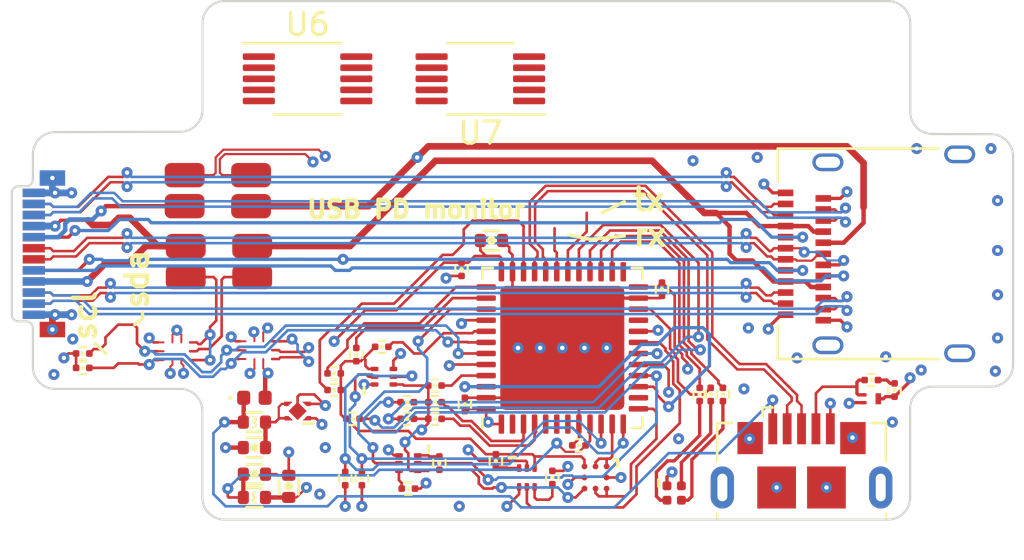
<source format=kicad_pcb>
(kicad_pcb (version 20221018) (generator pcbnew)
  (title_block (date "sam. 04 avril 2015"))
  (layers (0 "F.Cu" signal) (1 "In1.Cu" signal) (2 "In2.Cu" signal) (31 "B.Cu" signal) (34 "B.Paste" user) (35 "F.Paste" user) (36 "B.SilkS" user "B.Silkscreen") (37 "F.SilkS" user "F.Silkscreen") (38 "B.Mask" user) (39 "F.Mask" user) (44 "Edge.Cuts" user))
  (net 0 "")
  (net 1 "GND")
  (net 2 "+3V3")
  (net 3 "Net-(U3-EN)")
  (net 4 "Net-(U5-VDDA)")
  (net 5 "/USB_B_D_P")
  (net 6 "/USB_B_D_N")
  (net 7 "/USB_C_SSRX1_P")
  (net 8 "/USB_C_SSRX1_N")
  (net 9 "Net-(D1-K)")
  (net 10 "/USB_C_SBU2")
  (net 11 "/USB_C_D_N")
  (net 12 "/USB_C_D_P")
  (net 13 "/USB_C_SSTX2_N")
  (net 14 "/USB_C_SSTX2_P")
  (net 15 "/USB_C_SSRX2_P")
  (net 16 "/USB_C_SBU1")
  (net 17 "/USB_C_SSRX2_N")
  (net 18 "/USB_C_CC1")
  (net 19 "/USB_C_SSTX1_N")
  (net 20 "/USB_C_SSTX1_P")
  (net 21 "Net-(D2-RK)")
  (net 22 "Net-(D2-GK)")
  (net 23 "/CC2_EN")
  (net 24 "Net-(D2-BK)")
  (net 25 "Net-(J2-VBUS-PadA4)")
  (net 26 "/CC1_EN")
  (net 27 "/USB_C_CC2")
  (net 28 "Net-(P1-VBUS-PadA4)")
  (net 29 "/CC1_TX_EN")
  (net 30 "/CC1_TX_DATA")
  (net 31 "Net-(P1-VCONN)")
  (net 32 "Net-(Q1B-S)")
  (net 33 "/CC2_TX_EN")
  (net 34 "/CC2_TX_DATA")
  (net 35 "Net-(Q1A-S)")
  (net 36 "/BOOT")
  (net 37 "/USB_B_ID")
  (net 38 "/USB_C_VBUS_N")
  (net 39 "/USB_C_VBUS_P")
  (net 40 "/USB_C_CC2_N")
  (net 41 "/USB_C_CC2_P")
  (net 42 "/CC1_RP3A0")
  (net 43 "/CC2_RP3A0")
  (net 44 "/CC1_RA")
  (net 45 "/CC2_RA")
  (net 46 "/CC1_RP1A5")
  (net 47 "/CC2_RP1A5")
  (net 48 "/CC1_RD")
  (net 49 "/CC2_RD")
  (net 50 "/CC1_RPUSB")
  (net 51 "/CC2_RPUSB")
  (net 52 "/USB_B_VBUS")
  (net 53 "/VBUS_ALERT_L")
  (net 54 "Net-(Q2A-D)")
  (net 55 "Net-(Q2B-D)")
  (net 56 "/SDA")
  (net 57 "/SCL")
  (net 58 "/CC2_ALERT_L")
  (net 59 "Net-(Q3A-D)")
  (net 60 "Net-(Q3B-D)")
  (net 61 "/CC2_BUF")
  (net 62 "/CC1_BUF")
  (net 63 "/TX_CLKOUT")
  (net 64 "/UART_RX")
  (net 65 "/UART_TX")
  (net 66 "/LED_B_L")
  (net 67 "/LED_R_L")
  (net 68 "/LED_G_L")
  (net 69 "/TX_CLKIN")
  (net 70 "/DAC")
  (net 71 "/NRST")
  (net 72 "/OSC_OUT")
  (net 73 "/OSC_IN")
  (footprint "Diode_SMD:D_0402_1005Metric" (layer "F.Cu") (at 131.5 107.7)
    (fp_text reference "D1" hide)
    (fp_text value "5.6V" hide)
  )
  (footprint "pkl_dipol:L_0402" (layer "F.Cu") (at 131.5 108.8 180)
    (fp_text reference "FB1" hide)
    (fp_text value "600R" hide)
  )
  (footprint "Connector_USB:USB_Micro-B_GCT_USB3076-30-A" (layer "F.Cu") (at 156.2 110.55)
    (fp_text reference "J1" hide)
    (fp_text value "USB_B_Micro" hide)
  )
  (footprint "Connector_USB:USB_C_Receptacle_Amphenol_12401610E4-2A" (layer "F.Cu") (at 160.5 101.2 90)
    (fp_text reference "J2" hide)
    (fp_text value "USB_C_Receptacle" hide)
  )
  (footprint "Connector_USB:USB_C_Plug_Molex_105444" (layer "F.Cu") (at 121.5 101.2 90)
    (fp_text reference "P1" hide)
    (fp_text value "USB_C_Plug" hide)
  )
  (footprint "gkl_housings_qfn:MOSFET_1.0x0.6mm" (layer "F.Cu") (at 159.34 107.745 -90)
    (fp_text reference "Q4" hide)
    (fp_text value "Q_NMOS_DGS" hide)
  )
  (footprint "gkl_dipol:4W_R_1206" (layer "F.Cu") (at 129.9 101.55 180)
    (fp_text reference "R1" hide)
    (fp_text value "0.015" hide)
  )
  (footprint "gkl_dipol:4W_R_1206" (layer "F.Cu") (at 129.85 98.35)
    (fp_text reference "R2" hide)
    (fp_text value "0.015" hide)
  )
  (footprint "gkl_dipol:R_0201" (layer "F.Cu") (at 159.35 106.9 180)
    (fp_text reference "R19" hide)
    (fp_text value "51.1K" hide)
  )
  (footprint "gkl_dipol:R_0201" (layer "F.Cu") (at 160.4 107.35 -90)
    (fp_text reference "R20" hide)
    (fp_text value "51.1K" hide)
  )
  (footprint "Package_DFN_QFN:QFN-48-1EP_7x7mm_P0.5mm_EP5.6x5.6mm" (layer "F.Cu") (at 145.4 105.45 90)
    (fp_text reference "U5" hide)
    (fp_text value "STM32F072CBUx" hide)
  )
  (footprint "gkl_dipol:R_0201" (layer "F.Cu") (at 139.65 107.9 180)
    (fp_text reference "R10" hide)
    (fp_text value "12.1K" hide)
  )
  (footprint "gkl_dipol:R_0201" (layer "F.Cu") (at 136.35 111.35 -90)
    (fp_text reference "R3" hide)
    (fp_text value "381K" hide)
  )
  (footprint "gkl_dipol:R_0201" (layer "F.Cu") (at 139.65 108.65 180)
    (fp_text reference "R6" hide)
    (fp_text value "4.75K" hide)
  )
  (footprint "gkl_dipol:R_0201" (layer "F.Cu") (at 138.4 108.65)
    (fp_text reference "R14" hide)
    (fp_text value "35.7K" hide)
  )
  (footprint "gkl_dipol:R_0201" (layer "F.Cu") (at 139.85 110.65 90)
    (fp_text reference "R18" hide)
    (fp_text value "100R" hide)
  )
  (footprint "gkl_dipol:R_0201" (layer "F.Cu") (at 138.45 111.8 180)
    (fp_text reference "R17" hide)
    (fp_text value "200R" hide)
  )
  (footprint "gkl_dipol:R_0201" (layer "F.Cu") (at 135.6 111.35 -90)
    (fp_text reference "R4" hide)
    (fp_text value "381K" hide)
  )
  (footprint "gkl_dipol:R_0201" (layer "F.Cu") (at 139.65 107.15 180)
    (fp_text reference "R12" hide)
    (fp_text value "5.11K" hide)
  )
  (footprint "gkl_housings_bga:WLCSP-8 3X3_0.5" (layer "F.Cu") (at 146.9 111.3 -90)
    (fp_text reference "U4" hide)
    (fp_text value "AD8606ACB" hide)
  )
  (footprint "gkl_dipol:R_0201" (layer "F.Cu") (at 142.4 110.55 -90)
    (fp_text reference "R16" hide)
    (fp_text value "100R" hide)
  )
  (footprint "gkl_dipol:R_0201" (layer "F.Cu") (at 138.4 107.9)
    (fp_text reference "R8" hide)
    (fp_text value "1K" hide)
  )
  (footprint "gkl_housings_qfn:DFN1010B-6 (SOT1216)" (layer "F.Cu") (at 143.8 111.3)
    (fp_text reference "Q2" hide)
    (fp_text value "PMDXB600UNE" hide)
  )
  (footprint "gkl_housings_qfn:DFN1010B-6 (SOT1216)" (layer "F.Cu") (at 138.45 110.65 -90)
    (fp_text reference "Q3" hide)
    (fp_text value "PMDXB600UNE" hide)
  )
  (footprint "gkl_dipol:R_0201" (layer "F.Cu") (at 144.95 111.3 -90)
    (fp_text reference "R15" hide)
    (fp_text value "200R" hide)
  )
  (footprint "gkl_housings_qfn:DFN1010B-6 (SOT1216)" (layer "F.Cu") (at 137.35 106.75 90)
    (fp_text reference "Q1" hide)
    (fp_text value "PMDXB600UNE" hide)
  )
  (footprint "gkl_led:0404LED_RGB" (layer "F.Cu") (at 150.45 112)
    (fp_text reference "D2" hide)
    (fp_text value "LED_ARGB" hide)
  )
  (footprint "gkl_dipol:R_0201" (layer "F.Cu") (at 152.1 107.55 90)
    (fp_text reference "R21" hide)
    (fp_text value "576R" hide)
  )
  (footprint "gkl_dipol:R_0201" (layer "F.Cu") (at 152.65 107.55 90)
    (fp_text reference "R23" hide)
    (fp_text value "604R" hide)
  )
  (footprint "gkl_dipol:R_0201" (layer "F.Cu") (at 151.6 107.55 90)
    (fp_text reference "R25" hide)
    (fp_text value "806R" hide)
  )
  (footprint "gkl_dipol:R_0201" (layer "F.Cu") (at 136.1 105.75 -90)
    (fp_text reference "R5" hide)
    (fp_text value "4.75K" hide)
  )
  (footprint "gkl_dipol:R_0201" (layer "F.Cu") (at 135.95 108.65 180)
    (fp_text reference "R7" hide)
    (fp_text value "1K" hide)
  )
  (footprint "gkl_dipol:R_0201" (layer "F.Cu") (at 135.1 107.35)
    (fp_text reference "R13" hide)
    (fp_text value "35.7K" hide)
  )
  (footprint "gkl_dipol:R_0201" (layer "F.Cu") (at 137.25 105.4 180)
    (fp_text reference "R11" hide)
    (fp_text value "5.11K" hide)
  )
  (footprint "gkl_dipol:R_0201" (layer "F.Cu") (at 135.1 106.6)
    (fp_text reference "R9" hide)
    (fp_text value "12.1K" hide)
  )
  (footprint "gkl_housings_son:X2SON_4_1.0x1.0mm" (layer "F.Cu") (at 133.45 108.3 180)
    (fp_text reference "U3" hide)
    (fp_text value "NCP167" hide)
  )
  (footprint "pkl_dipol:C_0402" (layer "F.Cu") (at 131.5 109.95 180)
    (fp_text reference "C1" hide)
    (fp_text value "1uF" hide)
  )
  (footprint "pkl_dipol:C_0201" (layer "F.Cu") (at 141 108 90)
    (fp_text reference "C2" hide)
    (fp_text value "100nF" hide)
  )
  (footprint "pkl_dipol:C_0201" (layer "F.Cu") (at 140.85 101.9 -90)
    (fp_text reference "C3" hide)
    (fp_text value "100nF" hide)
  )
  (footprint "pkl_dipol:C_0402" (layer "F.Cu") (at 133.05 111.7 90)
    (fp_text reference "C4" hide)
    (fp_text value "4.7uF" hide)
  )
  (footprint "pkl_dipol:C_0201" (layer "F.Cu") (at 146.15 109.85 180)
    (fp_text reference "C5" hide)
    (fp_text value "10nF" hide)
  )
  (footprint "pkl_dipol:C_0402" (layer "F.Cu") (at 142.2 100.6)
    (fp_text reference "C7" hide)
    (fp_text value "4.7uF" hide)
  )
  (footprint "pkl_dipol:C_0201" (layer "F.Cu") (at 149.9 102.8 -90)
    (fp_text reference "C8" hide)
    (fp_text value "100nF" hide)
  )
  (footprint "pkl_dipol:L_0402" (layer "F.Cu") (at 131.5 112.2)
    (fp_text reference "FB2" hide)
    (fp_text value "600R" hide)
  )
  (footprint "pkl_dipol:C_0402" (layer "F.Cu") (at 131.5 111.15)
    (fp_text reference "C6" hide)
    (fp_text value "1uF" hide)
  )
  (footprint "gkl_dipol:R_0201" (layer "F.Cu") (at 123.75 106.35)
    (fp_text reference "R22" hide)
    (fp_text value "2.12K" hide)
  )
  (footprint "gkl_dipol:R_0201" (layer "F.Cu") (at 123.75 105.7)
    (fp_text reference "R24" hide)
    (fp_text value "2.12K" hide)
  )
  (footprint "Package_SO:VSSOP-10_3x3mm_P0.5mm" (layer "F.Cu") (at 133.9 93.3)
    (fp_text reference "U6")
    (fp_text value "INA237")
  )
  (footprint "Package_SO:VSSOP-10_3x3mm_P0.5mm" (layer "F.Cu") (at 141.7 93.3 180)
    (fp_text reference "U7")
    (fp_text value "INA237")
  )
  (footprint "NetTie:NetTie-2_SMD_Pad0.5mm" (layer "B.Cu") (at 142 107.2 180)
    (fp_text reference "NT1" hide)
    (fp_text value "Net-Tie_2" hide)
  )
  (gr_line (start 146.65 100.55) (end 148.2 100.4) (stroke (width 0.15)) (layer "F.SilkS"))
  (gr_line (start 126.1 104.4) (end 126.45 104.1) (stroke (width 0.15)) (layer "F.SilkS"))
  (gr_line (start 124.8 105.7) (end 124.3 105.25) (stroke (width 0.15)) (layer "F.SilkS"))
  (gr_line (start 126.45 104.1) (end 126.45 103.85) (stroke (width 0.15)) (layer "F.SilkS"))
  (gr_line (start 147.2 99.35) (end 148.2 98.85) (stroke (width 0.15)) (layer "F.SilkS"))
  (gr_line (start 145.7 100.35) (end 146.65 100.55) (stroke (width 0.15)) (layer "F.SilkS"))
  (gr_arc (start 120.55 98.45) (mid 120.637868 98.237868) (end 120.85 98.15) (stroke (width 0.1)) (layer "Edge.Cuts"))
  (gr_line (start 120.85 98.15) (end 121.2 98.15) (stroke (width 0.1)) (layer "Edge.Cuts"))
  (gr_arc (start 120.85 104.25) (mid 120.637868 104.162132) (end 120.55 103.95) (stroke (width 0.1)) (layer "Edge.Cuts"))
  (gr_arc (start 121.2 104.25) (mid 121.412132 104.337868) (end 121.5 104.55) (stroke (width 0.1)) (layer "Edge.Cuts"))
  (gr_arc (start 122.5 107.3) (mid 121.792893 107.007107) (end 121.5 106.3) (stroke (width 0.1)) (layer "Edge.Cuts"))
  (gr_line (start 121.5 106.3) (end 121.5 104.55) (stroke (width 0.1)) (layer "Edge.Cuts"))
  (gr_line (start 120.85 104.25) (end 121.2 104.25) (stroke (width 0.1)) (layer "Edge.Cuts"))
  (gr_line (start 120.55 103.95) (end 120.55 98.45) (stroke (width 0.1)) (layer "Edge.Cuts"))
  (gr_line (start 129.15 112.2) (end 129.15 108.3) (stroke (width 0.1)) (layer "Edge.Cuts"))
  (gr_line (start 128.15 107.3) (end 122.5 107.3) (stroke (width 0.1)) (layer "Edge.Cuts"))
  (gr_arc (start 128.15 107.3) (mid 128.857107 107.592893) (end 129.15 108.3) (stroke (width 0.1)) (layer "Edge.Cuts"))
  (gr_arc (start 130.15 113.2) (mid 129.442893 112.907107) (end 129.15 112.2) (stroke (width 0.1)) (layer "Edge.Cuts"))
  (gr_arc (start 161.1 112.2) (mid 160.807107 112.907107) (end 160.1 113.2) (stroke (width 0.1)) (layer "Edge.Cuts"))
  (gr_arc (start 164.75 95.8) (mid 165.457107 96.092893) (end 165.75 96.8) (stroke (width 0.1)) (layer "Edge.Cuts"))
  (gr_arc (start 121.5 96.707107) (mid 121.792893 96) (end 122.5 95.707107) (stroke (width 0.1)) (layer "Edge.Cuts"))
  (gr_arc (start 161.1 108.2) (mid 161.392893 107.492893) (end 162.1 107.2) (stroke (width 0.1)) (layer "Edge.Cuts"))
  (gr_arc (start 165.75 106.2) (mid 165.457107 106.907107) (end 164.75 107.2) (stroke (width 0.1)) (layer "Edge.Cuts"))
  (gr_line (start 162.1 107.2) (end 164.75 107.2) (stroke (width 0.1)) (layer "Edge.Cuts"))
  (gr_line (start 161.1 112.2) (end 161.1 108.2) (stroke (width 0.1)) (layer "Edge.Cuts"))
  (gr_line (start 162.107107 95.792893) (end 164.75 95.8) (stroke (width 0.1)) (layer "Edge.Cuts"))
  (gr_line (start 121.5 97.85) (end 121.5 96.707107) (stroke (width 0.1)) (layer "Edge.Cuts"))
  (gr_line (start 129.157107 90.792893) (end 129.157107 94.692893) (stroke (width 0.1)) (layer "Edge.Cuts"))
  (gr_arc (start 121.5 97.85) (mid 121.412132 98.062132) (end 121.2 98.15) (stroke (width 0.1)) (layer "Edge.Cuts"))
  (gr_line (start 161.107107 90.792893) (end 161.107107 94.792893) (stroke (width 0.1)) (layer "Edge.Cuts"))
  (gr_line (start 122.5 95.707107) (end 128.157107 95.692893) (stroke (width 0.1)) (layer "Edge.Cuts"))
  (gr_arc (start 129.157107 94.692893) (mid 128.864214 95.4) (end 128.157107 95.692893) (stroke (width 0.1)) (layer "Edge.Cuts"))
  (gr_line (start 160.1 113.2) (end 130.15 113.2) (stroke (width 0.1)) (layer "Edge.Cuts"))
  (gr_line (start 160.107107 89.792893) (end 130.157107 89.792893) (stroke (width 0.1)) (layer "Edge.Cuts"))
  (gr_arc (start 129.157107 90.792893) (mid 129.45 90.085786) (end 130.157107 89.792893) (stroke (width 0.1)) (layer "Edge.Cuts"))
  (gr_arc (start 162.107107 95.792893) (mid 161.4 95.5) (end 161.107107 94.792893) (stroke (width 0.1)) (layer "Edge.Cuts"))
  (gr_arc (start 160.107107 89.792893) (mid 160.814214 90.085786) (end 161.107107 90.792893) (stroke (width 0.1)) (layer "Edge.Cuts"))
  (gr_line (start 165.75 96.8) (end 165.75 106.2) (stroke (width 0.1)) (layer "Edge.Cuts"))
  (gr_text "tx" (at 149.3 98.75) (layer "F.SilkS") (effects (font (size 1 1) (thickness 0.2))))
  (gr_text "scl" (at 123.85 104 90) (layer "F.SilkS") (effects (font (size 1 1) (thickness 0.2))))
  (gr_text "sda\n" (at 126.2 102.35 90) (layer "F.SilkS") (effects (font (size 1 1) (thickness 0.2))))
  (gr_text "USB PD monitor" (at 138.8 99.2) (layer "F.SilkS") (effects (font (size 0.8 0.8) (thickness 0.2))))
  (gr_text "rx" (at 149.35 100.35) (layer "F.SilkS") (effects (font (size 1 1) (thickness 0.2))))
  (segment (start 122.38 104.62) (end 122.38 104.07) (width 0.3) (layer "F.Cu") (net 1))
  (segment (start 133.95 107.975) (end 134.625 107.975) (width 0.12) (layer "F.Cu") (net 1))
  (segment (start 157.18 98.7) (end 157.95 98.7) (width 0.15) (layer "F.Cu") (net 1))
  (segment (start 141.9625 107.7) (end 141 107.7) (width 0.12) (layer "F.Cu") (net 1))
  (segment (start 143.149999 112.351981) (end 142.9 112.60198) (width 0.12) (layer "F.Cu") (net 1))
  (segment (start 138.025 110.3) (end 137.799 110.3) (width 0.12) (layer "F.Cu") (net 1))
  (segment (start 149.8 103.2) (end 149.9 103.1) (width 0.12) (layer "F.Cu") (net 1))
  (segment (start 134.625 107.975) (end 134.7 108.05) (width 0.12) (layer "F.Cu") (net 1))
  (segment (start 155.28 103.95) (end 154.7 104.53) (width 0.15) (layer "F.Cu") (net 1))
  (segment (start 127.8 105.2) (end 127.8 104.85) (width 0.089) (layer "F.Cu") (net 1))
  (segment (start 159.015 107.92) (end 158.38 107.92) (width 0.15) (layer "F.Cu") (net 1))
  (segment (start 143.15 107.7) (end 141.9625 107.7) (width 0.12) (layer "F.Cu") (net 1))
  (segment (start 143.005457 101.105457) (end 143.15 101.25) (width 0.12) (layer "F.Cu") (net 1))
  (segment (start 127.999996 104.650004) (end 128 104.650004) (width 0.089) (layer "F.Cu") (net 1))
  (segment (start 128.2 105.2) (end 128.2 104.850004) (width 0.089) (layer "F.Cu") (net 1))
  (segment (start 155.48 103.95) (end 155.28 103.95) (width 0.15) (layer "F.Cu") (net 1))
  (segment (start 157.95 98.7) (end 158.25 98.4) (width 0.15) (layer "F.Cu") (net 1))
  (segment (start 134.2 107.55) (end 134.7 108.05) (width 0.12) (layer "F.Cu") (net 1))
  (segment (start 142.7 100.6) (end 143.005457 100.905457) (width 0.12) (layer "F.Cu") (net 1))
  (segment (start 132.55 111.2) (end 132.5 111.15) (width 0.12) (layer "F.Cu") (net 1))
  (segment (start 121.54 103.95) (end 122.5 103.95) (width 0.12) (layer "F.Cu") (net 1))
  (segment (start 121.54 98.45) (end 122.5 98.45) (width 0.12) (layer "F.Cu") (net 1))
  (segment (start 122.5 103.95) (end 123.25 103.95) (width 0.12) (layer "F.Cu") (net 1))
  (segment (start 131.9 104.75) (end 132.1 104.55) (width 0.089) (layer "F.Cu") (net 1))
  (segment (start 131.9 105.15) (end 131.9 104.75) (width 0.089) (layer "F.Cu") (net 1))
  (segment (start 157.5 109.1) (end 157.5 107.95) (width 0.12) (layer "F.Cu") (net 1))
  (segment (start 122.38 104.07) (end 122.5 103.95) (width 0.3) (layer "F.Cu") (net 1))
  (segment (start 128.2 106) (end 128.2 106.15) (width 0.089) (layer "F.Cu") (net 1))
  (segment (start 157.95 104.2) (end 158.25 104.5) (width 0.15) (layer "F.Cu") (net 1))
  (segment (start 143.005457 100.905457) (end 143.005457 101.105457) (width 0.12) (layer "F.Cu") (net 1))
  (segment (start 135.6 111.65) (end 135.6 112.6) (width 0.12) (layer "F.Cu") (net 1))
  (segment (start 143.45 111.725) (end 143.45 112.05198) (width 0.12) (layer "F.Cu") (net 1))
  (segment (start 147.65 103.2) (end 145.4 105.45) (width 0.15) (layer "F.Cu") (net 1))
  (segment (start 158.38 107.92) (end 158.35 107.95) (width 0.15) (layer "F.Cu") (net 1))
  (segment (start 131.985 107.7) (end 131.985 106.715) (width 0.2) (layer "F.Cu") (net 1))
  (segment (start 133.05 111.2) (end 133.05 110.15) (width 0.12) (layer "F.Cu") (net 1))
  (segment (start 131.9 105.95) (end 131.9 106.375) (width 0.089) (layer "F.Cu") (net 1))
  (segment (start 140.85 102.2) (end 140.25 102.2) (width 0.12) (layer "F.Cu") (net 1))
  (segment (start 131.9 106.375) (end 132.1125 106.5875) (width 0.089) (layer "F.Cu") (net 1))
  (segment (start 133.45 107.65) (end 133.55 107.55) (width 0.12) (layer "F.Cu") (net 1))
  (segment (start 148.8375 103.2) (end 147.65 103.2) (width 0.15) (layer "F.Cu") (net 1))
  (segment (start 145.899999 111.360988) (end 145.65 111.610987) (width 0.12) (layer "F.Cu") (net 1))
  (segment (start 131.985 106.715) (end 132.1125 106.5875) (width 0.2) (layer "F.Cu") (net 1))
  (segment (start 131 109.95) (end 130.2 109.95) (width 0.2) (layer "F.Cu") (net 1))
  (segment (start 143.45 112.05198) (end 143.149999 112.351981) (width 0.12) (layer "F.Cu") (net 1))
  (segment (start 154.7 104.53) (end 154.7 104.599998) (width 0.15) (layer "F.Cu") (net 1))
  (segment (start 154.9 98.45) (end 154.5 98.05) (width 0.15) (layer "F.Cu") (net 1))
  (segment (start 137.799 110.3) (end 137.55 110.051) (width 0.12) (layer "F.Cu") (net 1))
  (segment (start 128.3 106.6) (end 128.3 106.246447) (width 0.089) (layer "F.Cu") (net 1))
  (segment (start 132.05 111.2) (end 132 111.15) (width 0.2) (layer "F.Cu") (net 1))
  (segment (start 128.203553 106.15) (end 128.2 106.15) (width 0.089) (layer "F.Cu") (net 1))
  (segment (start 146.15 108.8875) (end 146.15 109.55) (width 0.12) (layer "F.Cu") (net 1))
  (segment (start 128.3 106.246447) (end 128.203553 106.15) (width 0.089) (layer "F.Cu") (net 1))
  (segment (start 133.55 107.55) (end 134.2 107.55) (width 0.12) (layer "F.Cu") (net 1))
  (segment (start 157.18 104.2) (end 157.95 104.2) (width 0.15) (layer "F.Cu") (net 1))
  (segment (start 136.35 111.65) (end 136.35 112.6) (width 0.12) (layer "F.Cu") (net 1))
  (segment (start 143.15 102.0125) (end 143.15 101.25) (width 0.12) (layer "F.Cu") (net 1))
  (segment (start 146.15 106.2) (end 146.15 108.8875) (width 0.12) (layer "F.Cu") (net 1))
  (segment (start 128.2 104.850004) (end 128 104.650004) (width 0.089) (layer "F.Cu") (net 1))
  (segment (start 146.4 111.3) (end 145.960987 111.3) (width 0.12) (layer "F.Cu") (net 1))
  (segment (start 123.25 103.95) (end 121.54 103.95) (width 0.3) (layer "F.Cu") (net 1))
  (segment (start 145.4 105.45) (end 143.15 107.7) (width 0.12) (layer "F.Cu") (net 1))
  (segment (start 132 111.15) (end 132.5 111.15) (width 0.12) (layer "F.Cu") (net 1))
  (segment (start 122.5 98.45) (end 123.25 98.45) (width 0.12) (layer "F.Cu") (net 1))
  (segment (start 122.38 104.62) (end 122.38 104.62) (width 0.3) (layer "F.Cu") (net 1))
  (segment (start 133.05 111.2) (end 132.55 111.2) (width 0.12) (layer "F.Cu") (net 1))
  (segment (start 143.15 103.2) (end 145.4 105.45) (width 0.12) (layer "F.Cu") (net 1))
  (segment (start 123.25 98.45) (end 121.54 98.45) (width 0.3) (layer "F.Cu") (net 1))
  (segment (start 143.15 102.0125) (end 143.15 103.2) (width 0.12) (layer "F.Cu") (net 1))
  (segment (start 155.48 98.45) (end 154.9 98.45) (width 0.15) (layer "F.Cu") (net 1))
  (segment (start 145.960987 111.3) (end 145.899999 111.360988) (width 0.12) (layer "F.Cu") (net 1))
  (segment (start 148.8375 103.2) (end 149.8 103.2) (width 0.12) (layer "F.Cu") (net 1))
  (segment (start 133.45 108.3) (end 133.45 107.65) (width 0.12) (layer "F.Cu") (net 1))
  (segment (start 140.25 102.2) (end 140.15 102.3) (width 0.12) (layer "F.Cu") (net 1))
  (segment (start 146.15 109.55) (end 145.85 109.85) (width 0.12) (layer "F.Cu") (net 1))
  (segment (start 127.8 104.85) (end 127.999996 104.650004) (width 0.089) (layer "F.Cu") (net 1))
  (via (at 134.7 108.05) (size 0.5) (drill 0.2) (layers "F.Cu" "B.Cu") (net 1))
  (via (at 133.05 110.15) (size 0.5) (drill 0.2) (layers "F.Cu" "B.Cu") (net 1))
  (via (at 134.7 109.95) (size 0.5) (drill 0.2) (layers "F.Cu" "B.Cu") (net 1))
  (via (at 134.45 112.05) (size 0.5) (drill 0.2) (layers "F.Cu" "B.Cu") (net 1))
  (via (at 150.65 109.55) (size 0.5) (drill 0.2) (layers "F.Cu" "B.Cu") (net 1))
  (via (at 153.6 107.3) (size 0.5) (drill 0.2) (layers "F.Cu" "B.Cu") (net 1))
  (via (at 153.8 104.55) (size 0.5) (drill 0.2) (layers "F.Cu" "B.Cu") (net 1))
  (via (at 156 105.9) (size 0.5) (drill 0.2) (layers "F.Cu" "B.Cu") (net 1))
  (via (at 160 105.85) (size 0.5) (drill 0.2) (layers "F.Cu" "B.Cu") (net 1))
  (via (at 165.05 105) (size 0.5) (drill 0.2) (layers "F.Cu" "B.Cu") (net 1))
  (via (at 165.05 103.05) (size 0.5) (drill 0.2) (layers "F.Cu" "B.Cu") (net 1))
  (via (at 165.05 101.05) (size 0.5) (drill 0.2) (layers "F.Cu" "B.Cu") (net 1))
  (via (at 165.05 98.8) (size 0.5) (drill 0.2) (layers "F.Cu" "B.Cu") (net 1))
  (via (at 164.75 96.45) (size 0.5) (drill 0.2) (layers "F.Cu" "B.Cu") (net 1))
  (via (at 161.4 96.45) (size 0.5) (drill 0.2) (layers "F.Cu" "B.Cu") (net 1))
  (via (at 154.2 96.85) (size 0.5) (drill 0.2) (layers "F.Cu" "B.Cu") (net 1))
  (via (at 151.3 97) (size 0.5) (drill 0.2) (layers "F.Cu" "B.Cu") (net 1))
  (via (at 161.6 106.45) (size 0.5) (drill 0.2) (layers "F.Cu" "B.Cu") (net 1))
  (via (at 147.4 105.45) (size 0.5) (drill 0.2) (layers "F.Cu" "B.Cu") (net 1))
  (via (at 146.4 105.45) (size 0.5) (drill 0.2) (layers "F.Cu" "B.Cu") (net 1))
  (via (at 158.25 98.4) (size 0.5) (drill 0.2) (layers "F.Cu" "B.Cu") (net 1))
  (via (at 155.075 111.75) (size 0.5) (drill 0.2) (layers "F.Cu" "B.Cu") (net 1))
  (via (at 158.25 104.5) (size 0.5) (drill 0.2) (layers "F.Cu" "B.Cu") (net 1))
  (via (at 135.6 112.6) (size 0.5) (drill 0.2) (layers "F.Cu" "B.Cu") (net 1))
  (via (at 158.35 107.95) (size 0.5) (drill 0.2) (layers "F.Cu" "B.Cu") (net 1))
  (via (at 132.1 104.55) (size 0.5) (drill 0.2) (layers "F.Cu" "B.Cu") (net 1))
  (via (at 123.3 105.05) (size 0.5) (drill 0.2) (layers "F.Cu" "B.Cu") (net 1))
  (via (at 122.45 106.65) (size 0.5) (drill 0.2) (layers "F.Cu" "B.Cu") (net 1))
  (via (at 137.55 110.051) (size 0.5) (drill 0.2) (layers "F.Cu" "B.Cu") (net 1))
  (via (at 122.38 97.78) (size 0.5) (drill 0.2) (layers "F.Cu" "B.Cu") (net 1))
  (via (at 145.65 111.610987) (size 0.5) (drill 0.2) (layers "F.Cu" "B.Cu") (net 1))
  (via (at 157.5 107.95) (size 0.5) (drill 0.2) (layers "F.Cu" "B.Cu") (net 1))
  (via (at 122.38 104.62) (size 0.5) (drill 0.2) (layers "F.Cu" "B.Cu") (net 1))
  (via (at 157.325 111.75) (size 0.5) (drill 0.2) (layers "F.Cu" "B.Cu") (net 1))
  (via (at 123.25 98.45) (size 0.5) (drill 0.2) (layers "F.Cu" "B.Cu") (net 1))
  (via (at 136.35 112.6) (size 0.5) (drill 0.2) (layers "F.Cu" "B.Cu") (net 1))
  (via (at 164.95 106.5) (size 0.5) (drill 0.2) (layers "F.Cu" "B.Cu") (net 1))
  (via (at 140.75 112.6) (size 0.5) (drill 0.2) (layers "F.Cu" "B.Cu") (net 1))
  (via (at 145.4 105.45) (size 0.5) (drill 0.2) (layers "F.Cu" "B.Cu") (net 1))
  (via (at 154.7 104.599998) (size 0.5) (drill 0.2) (layers "F.Cu" "B.Cu") (net 1))
  (via (at 154.5 98.05) (size 0.5) (drill 0.2) (layers "F.Cu" "B.Cu") (net 1))
  (via (at 123.25 103.95) (size 0.5) (drill 0.2) (layers "F.Cu" "B.Cu") (net 1))
  (via (at 128 104.650004) (size 0.5) (drill 0.2) (layers "F.Cu" "B.Cu") (net 1))
  (via (at 153.85 109.55) (size 0.5) (drill 0.2) (layers "F.Cu" "B.Cu") (net 1))
  (via (at 130.2 109.95) (size 0.5) (drill 0.2) (layers "F.Cu" "B.Cu") (net 1))
  (via (at 122.5 103.95) (size 0.5) (drill 0.2) (layers "F.Cu" "B.Cu") (net 1))
  (via (at 128.3 106.6) (size 0.5) (drill 0.2) (layers "F.Cu" "B.Cu") (net 1))
  (via (at 158.5 109.5) (size 0.5) (drill 0.2) (layers "F.Cu" "B.Cu") (net 1))
  (via (at 160.3 108.8) (size 0.5) (drill 0.2) (layers "F.Cu" "B.Cu") (net 1))
  (via (at 122.5 98.45) (size 0.5) (drill 0.2) (layers "F.Cu" "B.Cu") (net 1))
  (via (at 144.4 105.45) (size 0.5) (drill 0.2) (layers "F.Cu" "B.Cu") (net 1))
  (via (at 140.15 102.3) (size 0.5) (drill 0.2) (layers "F.Cu" "B.Cu") (net 1))
  (via (at 143.4 105.45) (size 0.5) (drill 0.2) (layers "F.Cu" "B.Cu") (net 1))
  (via (at 142.9 112.60198) (size 0.5) (drill 0.2) (layers "F.Cu" "B.Cu") (net 1))
  (via (at 132.1125 106.5875) (size 0.5) (drill 0.2) (layers "F.Cu" "B.Cu") (net 1))
  (segment (start 122.38 97.78) (end 122.38 98.33) (width 0.3) (layer "B.Cu") (net 1))
  (segment (start 121.54 98.45) (end 122.5 98.45) (width 0.12) (layer "B.Cu") (net 1))
  (segment (start 122.38 98.33) (end 122.5 98.45) (width 0.3) (layer "B.Cu") (net 1))
  (segment (start 123.25 103.95) (end 121.54 103.95) (width 0.3) (layer "B.Cu") (net 1))
  (segment (start 122.38 97.78) (end 122.38 97.78) (width 0.3) (layer "B.Cu") (net 1))
  (segment (start 123.25 98.45) (end 121.54 98.45) (width 0.3) (layer "B.Cu") (net 1))
  (segment (start 121.54 103.95) (end 122.5 103.95) (width 0.12) (layer "B.Cu") (net 1))
  (segment (start 123.45 106.35) (end 123.45 105.7) (width 0.12) (layer "F.Cu") (net 2))
  (segment (start 138.75 111.8) (end 139 111.8) (width 0.12) (layer "F.Cu") (net 2))
  (segment (start 127.699984 106.6) (end 127.699984 106.300016) (width 0.089) (layer "F.Cu") (net 2))
  (segment (start 149.9 102.5) (end 150.473965 103.073965) (width 0.12) (layer "F.Cu") (net 2))
  (segment (start 139 111.8) (end 139.25 111.55) (width 0.12) (layer "F.Cu") (net 2))
  (segment (start 150.473965 103.073965) (end 150.473965 105.401247) (width 0.12) (layer "F.Cu") (net 2))
  (segment (start 150.125 111.275) (end 150.35 111.05) (width 0.15) (layer "F.Cu") (net 2))
  (segment (start 148.8375 102.7) (end 149.7 102.7) (width 0.12) (layer "F.Cu") (net 2))
  (segment (start 133.4 112.2) (end 133.85 111.75) (width 0.1) (layer "F.Cu") (net 2))
  (segment (start 137.9 103.75) (end 136.5 103.75) (width 0.12) (layer "F.Cu") (net 2))
  (segment (start 131.5 104.750004) (end 131.474998 104.725002) (width 0.089) (layer "F.Cu") (net 2))
  (segment (start 142.55 101.3) (end 141.95 101.3) (width 0.12) (layer "F.Cu") (net 2))
  (segment (start 141.9625 108.7125) (end 142.05 108.8) (width 0.12) (layer "F.Cu") (net 2))
  (segment (start 144.95 111) (end 145.45 111) (width 0.12) (layer "F.Cu") (net 2))
  (segment (start 133.05 112.2) (end 133.4 112.2) (width 0.1) (layer "F.Cu") (net 2))
  (segment (start 131.5 105.15) (end 131.5 104.750004) (width 0.089) (layer "F.Cu") (net 2))
  (segment (start 142.65 108.8875) (end 142.1375 108.8875) (width 0.12) (layer "F.Cu") (net 2))
  (segment (start 147.4 111.3) (end 148.05 111.3) (width 0.12) (layer "F.Cu") (net 2))
  (segment (start 134.275 108.625) (end 134.55 108.9) (width 0.12) (layer "F.Cu") (net 2))
  (segment (start 150.810802 105.738084) (end 150.810802 105.889647) (width 0.12) (layer "F.Cu") (net 2))
  (segment (start 141.9625 108.2) (end 141.2 108.2) (width 0.12) (layer "F.Cu") (net 2))
  (segment (start 131.5 106.4) (end 131.3 106.6) (width 0.089) (layer "F.Cu") (net 2))
  (segment (start 149.7 102.7) (end 149.9 102.5) (width 0.12) (layer "F.Cu") (net 2))
  (segment (start 150.473965 105.401247) (end 150.810802 105.738084) (width 0.12) (layer "F.Cu") (net 2))
  (segment (start 145.45 111) (end 145.65 110.8) (width 0.12) (layer "F.Cu") (net 2))
  (segment (start 131.5 105.95) (end 131.5 106.4) (width 0.089) (layer "F.Cu") (net 2))
  (segment (start 140.05 101.6) (end 137.9 103.75) (width 0.12) (layer "F.Cu") (net 2))
  (segment (start 151.056747 106.135592) (end 151.056747 106.404292) (width 0.12) (layer "F.Cu") (net 2))
  (segment (start 142.65 102.0125) (end 142.65 101.4) (width 0.12) (layer "F.Cu") (net 2))
  (segment (start 142.65 101.4) (end 142.55 101.3) (width 0.12) (layer "F.Cu") (net 2))
  (segment (start 142.1375 108.8875) (end 142.05 108.8) (width 0.12) (layer "F.Cu") (net 2))
  (segment (start 141.95 101.3) (end 141.45 101.3) (width 0.12) (layer "F.Cu") (net 2))
  (segment (start 136.5 103.75) (end 135.1 105.15) (width 0.12) (layer "F.Cu") (net 2))
  (segment (start 150.125 111.675) (end 150.125 111.275) (width 0.15) (layer "F.Cu") (net 2))
  (segment (start 141.15 101.6) (end 140.85 101.6) (width 0.12) (layer "F.Cu") (net 2))
  (segment (start 150.810802 105.889647) (end 151.056747 106.135592) (width 0.12) (layer "F.Cu") (net 2))
  (segment (start 123.1 105.7) (end 122.9 105.9) (width 0.12) (layer "F.Cu") (net 2))
  (segment (start 141.1 108.3) (end 141.2 108.2) (width 0.12) (layer "F.Cu") (net 2))
  (segment (start 141.9625 108.2) (end 141.9625 108.7125) (width 0.12) (layer "F.Cu") (net 2))
  (segment (start 133.05 112.2) (end 132 112.2) (width 0.2) (layer "F.Cu") (net 2))
  (segment (start 141 108.3) (end 141.1 108.3) (width 0.12) (layer "F.Cu") (net 2))
  (segment (start 141.95 101.3) (end 141.7 101.05) (width 0.12) (layer "F.Cu") (net 2))
  (segment (start 141.7 101.05) (end 141.7 100.6) (width 0.12) (layer "F.Cu") (net 2))
  (segment (start 123.45 105.7) (end 123.1 105.7) (width 0.12) (layer "F.Cu") (net 2))
  (segment (start 133.97 108.625) (end 134.275 108.625) (width 0.12) (layer "F.Cu") (net 2))
  (segment (start 127.699984 106.300016) (end 127.8 106.2) (width 0.089) (layer "F.Cu") (net 2))
  (segment (start 127.8 106.2) (end 127.8 106) (width 0.089) (layer "F.Cu") (net 2))
  (segment (start 141.45 101.3) (end 141.15 101.6) (width 0.12) (layer "F.Cu") (net 2))
  (segment (start 140.85 101.6) (end 140.05 101.6) (width 0.12) (layer "F.Cu") (net 2))
  (via (at 135.1 105.15) (size 0.5) (drill 0.2) (layers "F.Cu" "B.Cu") (net 2))
  (via (at 151.056747 106.404292) (size 0.5) (drill 0.2) (layers "F.Cu" "B.Cu") (net 2))
  (via (at 150.35 111.05) (size 0.5) (drill 0.2) (layers "F.Cu" "B.Cu") (net 2))
  (via (at 148.05 111.3) (size 0.5) (drill 0.2) (layers "F.Cu" "B.Cu") (net 2))
  (via (at 131.474998 104.725002) (size 0.5) (drill 0.2) (layers "F.Cu" "B.Cu") (net 2))
  (via (at 122.9 105.9) (size 0.5) (drill 0.2) (layers "F.Cu" "B.Cu") (net 2))
  (via (at 133.85 111.75) (size 0.5) (drill 0.2) (layers "F.Cu" "B.Cu") (net 2))
  (via (at 145.65 110.8) (size 0.5) (drill 0.2) (layers "F.Cu" "B.Cu") (net 2))
  (via (at 139.25 111.55) (size 0.5) (drill 0.2) (layers "F.Cu" "B.Cu") (net 2))
  (via (at 134.55 108.9) (size 0.5) (drill 0.2) (layers "F.Cu" "B.Cu") (net 2))
  (via (at 131.3 106.6) (size 0.5) (drill 0.2) (layers "F.Cu" "B.Cu") (net 2))
  (via (at 127.699984 106.6) (size 0.5) (drill 0.2) (layers "F.Cu" "B.Cu") (net 2))
  (via (at 142.05 108.8) (size 0.5) (drill 0.2) (layers "F.Cu" "B.Cu") (net 2))
  (segment (start 132.45 108.8) (end 132 108.8) (width 0.12) (layer "F.Cu") (net 3))
  (segment (start 132.6 108.115) (end 132.6 108.6) (width 0.1) (layer "F.Cu") (net 3))
  (segment (start 132.625 108.625) (end 132.45 108.8) (width 0.12) (layer "F.Cu") (net 3))
  (segment (start 132.95 108.625) (end 132.625 108.625) (width 0.12) (layer "F.Cu") (net 3))
  (segment (start 132.93 107.975) (end 132.74 107.975) (width 0.1) (layer "F.Cu") (net 3))
  (segment (start 132.74 107.975) (end 132.6 108.115) (width 0.1) (layer "F.Cu") (net 3))
  (segment (start 132 109.95) (end 132 108.8) (width 0.2) (layer "F.Cu") (net 3))
  (segment (start 132.6 108.6) (end 132.625 108.625) (width 0.1) (layer "F.Cu") (net 3))
  (segment (start 146.16099 110.13901) (end 145.53901 110.13901) (width 0.1) (layer "F.Cu") (net 4))
  (segment (start 145.53901 110.13901) (end 145.15 109.75) (width 0.1) (layer "F.Cu") (net 4))
  (segment (start 146.45 109.85) (end 146.16099 110.13901) (width 0.1) (layer "F.Cu") (net 4))
  (segment (start 146.65 108.8875) (end 146.65 109.65) (width 0.12) (layer "F.Cu") (net 4))
  (segment (start 131 112.2) (end 130.346441 112.2) (width 0.12) (layer "F.Cu") (net 4))
  (segment (start 146.65 109.65) (end 146.45 109.85) (width 0.12) (layer "F.Cu") (net 4))
  (segment (start 130.3 112.153559) (end 130.3 111.800006) (width 0.12) (layer "F.Cu") (net 4))
  (segment (start 130.346441 112.2) (end 130.3 112.153559) (width 0.12) (layer "F.Cu") (net 4))
  (segment (start 131 111.15) (end 131 112.2) (width 0.2) (layer "F.Cu") (net 4))
  (via (at 145.15 109.75) (size 0.5) (drill 0.2) (layers "F.Cu" "B.Cu") (net 4))
  (via (at 130.3 111.800006) (size 0.5) (drill 0.2) (layers "F.Cu" "B.Cu") (net 4))
  (segment (start 137.145584 110.95) (end 136.895584 111.2) (width 0.12) (layer "B.Cu") (net 4))
  (segment (start 130.900006 111.2) (end 130.549999 111.550007) (width 0.12) (layer "B.Cu") (net 4))
  (segment (start 145.15 109.75) (end 143.95 110.95) (width 0.12) (layer "B.Cu") (net 4))
  (segment (start 143.95 110.95) (end 137.145584 110.95) (width 0.12) (layer "B.Cu") (net 4))
  (segment (start 133.55 111.2) (end 133.45 111.2) (width 0.12) (layer "B.Cu") (net 4))
  (segment (start 133.55 111.2) (end 130.900006 111.2) (width 0.12) (layer "B.Cu") (net 4))
  (segment (start 130.549999 111.550007) (end 130.3 111.800006) (width 0.12) (layer "B.Cu") (net 4))
  (segment (start 136.895584 111.2) (end 133.55 111.2) (width 0.12) (layer "B.Cu") (net 4))
  (segment (start 149.15012 98.129) (end 152.171 101.14988) (width 0.115) (layer "F.Cu") (net 5))
  (segment (start 152.171 101.14988) (end 152.171 104.94988) (width 0.115) (layer "F.Cu") (net 5))
  (segment (start 143.929 98.84988) (end 144.64988 98.129) (width 0.115) (layer "F.Cu") (net 5))
  (segment (start 143.929 100.75012) (end 143.929 98.84988) (width 0.115) (layer "F.Cu") (net 5))
  (segment (start 155.996 107.57488) (end 155.996 107.845999) (width 0.115) (layer "F.Cu") (net 5))
  (segment (start 144.64988 98.129) (end 149.15012 98.129) (width 0.115) (layer "F.Cu") (net 5))
  (segment (start 153.40012 106.179) (end 154.60012 106.179) (width 0.115) (layer "F.Cu") (net 5))
  (segment (start 144.15 101.45) (end 144.279 101.321) (width 0.12) (layer "F.Cu") (net 5))
  (segment (start 144.15 102.0125) (end 144.15 101.45) (width 0.12) (layer "F.Cu") (net 5))
  (segment (start 156.2 108.049999) (end 156.2 109.1) (width 0.115) (layer "F.Cu") (net 5))
  (segment (start 144.279 101.321) (end 144.279 101.10012) (width 0.115) (layer "F.Cu") (net 5))
  (segment (start 155.996 107.845999) (end 156.2 108.049999) (width 0.115) (layer "F.Cu") (net 5))
  (segment (start 144.279 101.10012) (end 143.929 100.75012) (width 0.115) (layer "F.Cu") (net 5))
  (segment (start 152.171 104.94988) (end 153.40012 106.179) (width 0.115) (layer "F.Cu") (net 5))
  (segment (start 154.60012 106.179) (end 155.996 107.57488) (width 0.115) (layer "F.Cu") (net 5))
  (segment (start 144.171 98.95012) (end 144.75012 98.371) (width 0.115) (layer "F.Cu") (net 6))
  (segment (start 144.65 101.458) (end 144.521 101.329) (width 0.12) (layer "F.Cu") (net 6))
  (segment (start 155.55 108.285) (end 155.55 109.1) (width 0.115) (layer "F.Cu") (net 6))
  (segment (start 144.521 101.329) (end 144.521 100.99988) (width 0.115) (layer "F.Cu") (net 6))
  (segment (start 149.04988 98.371) (end 151.946502 101.267622) (width 0.115) (layer "F.Cu") (net 6))
  (segment (start 144.171 100.64988) (end 144.171 98.95012) (width 0.115) (layer "F.Cu") (net 6))
  (segment (start 151.946502 101.267622) (end 151.946502 105.067622) (width 0.115) (layer "F.Cu") (net 6))
  (segment (start 144.521 100.99988) (end 144.171 100.64988) (width 0.115) (layer "F.Cu") (net 6))
  (segment (start 154.49988 106.421) (end 155.754 107.67512) (width 0.115) (layer "F.Cu") (net 6))
  (segment (start 155.754 107.845999) (end 155.55 108.049999) (width 0.115) (layer "F.Cu") (net 6))
  (segment (start 144.65 102.0125) (end 144.65 101.458) (width 0.12) (layer "F.Cu") (net 6))
  (segment (start 153.29988 106.421) (end 154.49988 106.421) (width 0.115) (layer "F.Cu") (net 6))
  (segment (start 144.75012 98.371) (end 149.04988 98.371) (width 0.115) (layer "F.Cu") (net 6))
  (segment (start 155.754 107.67512) (end 155.754 107.845999) (width 0.115) (layer "F.Cu") (net 6))
  (segment (start 155.55 108.049999) (end 155.55 108.285) (width 0.115) (layer "F.Cu") (net 6))
  (segment (start 151.946502 105.067622) (end 153.29988 106.421) (width 0.115) (layer "F.Cu") (net 6))
  (segment (start 157.834001 103.571) (end 157.705001 103.7) (width 0.115) (layer "F.Cu") (net 7))
  (segment (start 157.705001 103.7) (end 157.18 103.7) (width 0.115) (layer "F.Cu") (net 7))
  (segment (start 158.0575 103.571) (end 157.834001 103.571) (width 0.115) (layer "F.Cu") (net 7))
  (segment (start 158.25 103.7635) (end 158.0575 103.571) (width 0.115) (layer "F.Cu") (net 7))
  (via (at 158.25 103.7635) (size 0.5) (drill 0.2) (layers "F.Cu" "B.Cu") (net 7))
  (segment (start 157.25012 103.571) (end 158.0575 103.571) (width 0.115) (layer "B.Cu") (net 7))
  (segment (start 124.04988 103.921) (end 156.90012 103.921) (width 0.115) (layer "B.Cu") (net 7))
  (segment (start 121.54 103.45) (end 122.290001 103.45) (width 0.115) (layer "B.Cu") (net 7))
  (segment (start 158.0575 103.571) (end 158.25 103.7635) (width 0.115) (layer "B.Cu") (net 7))
  (segment (start 122.290001 103.45) (end 122.419001 103.321) (width 0.115) (layer "B.Cu") (net 7))
  (segment (start 156.90012 103.921) (end 157.25012 103.571) (width 0.115) (layer "B.Cu") (net 7))
  (segment (start 123.44988 103.321) (end 124.04988 103.921) (width 0.115) (layer "B.Cu") (net 7))
  (segment (start 122.419001 103.321) (end 123.44988 103.321) (width 0.115) (layer "B.Cu") (net 7))
  (segment (start 158.25 103.1365) (end 158.0575 103.329) (width 0.115) (layer "F.Cu") (net 8))
  (segment (start 157.705001 103.2) (end 157.18 103.2) (width 0.115) (layer "F.Cu") (net 8))
  (segment (start 157.834001 103.329) (end 157.705001 103.2) (width 0.115) (layer "F.Cu") (net 8))
  (segment (start 158.0575 103.329) (end 157.834001 103.329) (width 0.115) (layer "F.Cu") (net 8))
  (via (at 158.25 103.1365) (size 0.5) (drill 0.2) (layers "F.Cu" "B.Cu") (net 8))
  (segment (start 124.15012 103.679) (end 156.79988 103.679) (width 0.115) (layer "B.Cu") (net 8))
  (segment (start 122.419001 103.079) (end 123.55012 103.079) (width 0.115) (layer "B.Cu") (net 8))
  (segment (start 121.54 102.95) (end 122.290001 102.95) (width 0.115) (layer "B.Cu") (net 8))
  (segment (start 157.14988 103.329) (end 158.0575 103.329) (width 0.115) (layer "B.Cu") (net 8))
  (segment (start 156.79988 103.679) (end 157.14988 103.329) (width 0.115) (layer "B.Cu") (net 8))
  (segment (start 122.290001 102.95) (end 122.419001 103.079) (width 0.115) (layer "B.Cu") (net 8))
  (segment (start 158.0575 103.329) (end 158.25 103.1365) (width 0.115) (layer "B.Cu") (net 8))
  (segment (start 123.55012 103.079) (end 124.15012 103.679) (width 0.115) (layer "B.Cu") (net 8))
  (segment (start 131.015 108.785) (end 131 108.8) (width 0.2) (layer "F.Cu") (net 9))
  (segment (start 154.9 109.1) (end 154.9 107.8) (width 0.12) (layer "F.Cu") (net 9))
  (segment (start 131 108.8) (end 130.15 108.8) (width 0.2) (layer "F.Cu") (net 9))
  (segment (start 131.015 107.7) (end 131.015 108.785) (width 0.2) (layer "F.Cu") (net 9))
  (via (at 130.15 108.8) (size 0.5) (drill 0.2) (layers "F.Cu" "B.Cu") (net 9))
  (via (at 154.9 107.8) (size 0.5) (drill 0.2) (layers "F.Cu" "B.Cu") (net 9))
  (segment (start 129.65 112.05) (end 129.65 109.3) (width 0.12) (layer "B.Cu") (net 9))
  (segment (start 143.538542 112.65) (end 143.037543 112.149001) (width 0.12) (layer "B.Cu") (net 9))
  (segment (start 143.037543 112.149001) (end 135.250999 112.149001) (width 0.12) (layer "B.Cu") (net 9))
  (segment (start 147.75 112.65) (end 143.538542 112.65) (width 0.12) (layer "B.Cu") (net 9))
  (segment (start 154.9 107.8) (end 152.5 110.2) (width 0.12) (layer "B.Cu") (net 9))
  (segment (start 152.5 110.2) (end 150.2 110.2) (width 0.12) (layer "B.Cu") (net 9))
  (segment (start 150.2 110.2) (end 147.75 112.65) (width 0.12) (layer "B.Cu") (net 9))
  (segment (start 134.800999 112.599001) (end 130.199001 112.599001) (width 0.12) (layer "B.Cu") (net 9))
  (segment (start 130.199001 112.599001) (end 129.65 112.05) (width 0.12) (layer "B.Cu") (net 9))
  (segment (start 129.65 109.3) (end 130.15 108.8) (width 0.12) (layer "B.Cu") (net 9))
  (segment (start 135.250999 112.149001) (end 134.800999 112.599001) (width 0.12) (layer "B.Cu") (net 9))
  (segment (start 158.1 102.2) (end 157.18 102.2) (width 0.15) (layer "F.Cu") (net 10))
  (via (at 158.1 102.2) (size 0.5) (drill 0.2) (layers "F.Cu" "B.Cu") (net 10))
  (segment (start 154.48901 101.83901) (end 135.91099 101.83901) (width 0.15) (layer "B.Cu") (net 10))
  (segment (start 135.91099 101.83901) (end 135.8 101.95) (width 0.15) (layer "B.Cu") (net 10))
  (segment (start 134.95 101.75) (end 124.5 101.75) (width 0.15) (layer "B.Cu") (net 10))
  (segment (start 157.075 102.425) (end 155.075 102.425) (width 0.15) (layer "B.Cu") (net 10))
  (segment (start 157.3 102.2) (end 157.075 102.425) (width 0.15) (layer "B.Cu") (net 10))
  (segment (start 135.8 101.95) (end 135.15 101.95) (width 0.15) (layer "B.Cu") (net 10))
  (segment (start 124.5 101.75) (end 124.3 101.95) (width 0.15) (layer "B.Cu") (net 10))
  (segment (start 158.1 102.2) (end 157.3 102.2) (width 0.15) (layer "B.Cu") (net 10))
  (segment (start 155.075 102.425) (end 154.48901 101.83901) (width 0.15) (layer "B.Cu") (net 10))
  (segment (start 135.15 101.95) (end 134.95 101.75) (width 0.15) (layer "B.Cu") (net 10))
  (segment (start 124.3 101.95) (end 121.54 101.95) (width 0.15) (layer "B.Cu") (net 10))
  (segment (start 122.419001 101.079) (end 122.290001 100.95) (width 0.115) (layer "F.Cu") (net 11))
  (segment (start 153.8925 100.479) (end 153.7 100.2865) (width 0.115) (layer "F.Cu") (net 11))
  (segment (start 122.290001 100.95) (end 121.54 100.95) (width 0.115) (layer "F.Cu") (net 11))
  (segment (start 155.48 100.95) (end 156.150983 100.95) (width 0.1) (layer "F.Cu") (net 11))
  (segment (start 154.825999 101.079) (end 154.75012 101.079) (width 0.115) (layer "F.Cu") (net 11))
  (segment (start 156.150983 100.95) (end 156.322972 101.121989) (width 0.1) (layer "F.Cu") (net 11))
  (segment (start 125.75 100.2865) (end 125.5575 100.479) (width 0.115) (layer "F.Cu") (net 11))
  (segment (start 157.9 101.7) (end 157.18 101.7) (width 0.15) (layer "F.Cu") (net 11))
  (segment (start 158.1 101.5) (end 157.9 101.7) (width 0.15) (layer "F.Cu") (net 11))
  (segment (start 154.15012 100.479) (end 153.8925 100.479) (width 0.115) (layer "F.Cu") (net 11))
  (segment (start 154.954999 100.95) (end 154.825999 101.079) (width 0.115) (layer "F.Cu") (net 11))
  (segment (start 154.75012 101.079) (end 154.15012 100.479) (width 0.115) (layer "F.Cu") (net 11))
  (segment (start 125.5575 100.479) (end 123.94988 100.479) (width 0.115) (layer "F.Cu") (net 11))
  (segment (start 123.94988 100.479) (end 123.34988 101.079) (width 0.115) (layer "F.Cu") (net 11))
  (segment (start 123.34988 101.079) (end 122.419001 101.079) (width 0.115) (layer "F.Cu") (net 11))
  (segment (start 155.48 100.95) (end 154.954999 100.95) (width 0.115) (layer "F.Cu") (net 11))
  (via (at 156.322972 101.121989) (size 0.5) (drill 0.2) (layers "F.Cu" "B.Cu") (net 11))
  (via (at 158.1 101.5) (size 0.5) (drill 0.2) (layers "F.Cu" "B.Cu") (net 11))
  (via (at 125.75 100.2865) (size 0.5) (drill 0.2) (layers "F.Cu" "B.Cu") (net 11))
  (via (at 153.7 100.2865) (size 0.5) (drill 0.2) (layers "F.Cu" "B.Cu") (net 11))
  (segment (start 156.971989 101.121989) (end 156.322972 101.121989) (width 0.1) (layer "B.Cu") (net 11))
  (segment (start 157.35 101.5) (end 156.971989 101.121989) (width 0.1) (layer "B.Cu") (net 11))
  (segment (start 158.1 101.5) (end 157.35 101.5) (width 0.1) (layer "B.Cu") (net 11))
  (segment (start 153.5075 100.479) (end 125.9425 100.479) (width 0.115) (layer "B.Cu") (net 11))
  (segment (start 125.9425 100.479) (end 125.75 100.2865) (width 0.115) (layer "B.Cu") (net 11))
  (segment (start 153.7 100.2865) (end 153.5075 100.479) (width 0.115) (layer "B.Cu") (net 11))
  (segment (start 155.48 101.45) (end 154.954999 101.45) (width 0.115) (layer "F.Cu") (net 12))
  (segment (start 156.66901 101.51099) (end 156.98 101.2) (width 0.1) (layer "F.Cu") (net 12))
  (segment (start 125.75 100.9135) (end 125.5575 100.721) (width 0.115) (layer "F.Cu") (net 12))
  (segment (start 125.5575 100.721) (end 124.05012 100.721) (width 0.115) (layer "F.Cu") (net 12))
  (segment (start 153.8925 100.721) (end 153.7 100.9135) (width 0.115) (layer "F.Cu") (net 12))
  (segment (start 155.48 101.45) (end 155.93 101.45) (width 0.1) (layer "F.Cu") (net 12))
  (segment (start 154.954999 101.45) (end 154.825999 101.321) (width 0.115) (layer "F.Cu") (net 12))
  (segment (start 155.93 101.45) (end 155.99099 101.51099) (width 0.1) (layer "F.Cu") (net 12))
  (segment (start 154.64988 101.321) (end 154.04988 100.721) (width 0.115) (layer "F.Cu") (net 12))
  (segment (start 155.99099 101.51099) (end 156.66901 101.51099) (width 0.1) (layer "F.Cu") (net 12))
  (segment (start 123.45012 101.321) (end 122.419001 101.321) (width 0.115) (layer "F.Cu") (net 12))
  (segment (start 154.04988 100.721) (end 153.8925 100.721) (width 0.115) (layer "F.Cu") (net 12))
  (segment (start 154.825999 101.321) (end 154.64988 101.321) (width 0.115) (layer "F.Cu") (net 12))
  (segment (start 122.419001 101.321) (end 122.290001 101.45) (width 0.115) (layer "F.Cu") (net 12))
  (segment (start 124.05012 100.721) (end 123.45012 101.321) (width 0.115) (layer "F.Cu") (net 12))
  (segment (start 122.290001 101.45) (end 121.54 101.45) (width 0.115) (layer "F.Cu") (net 12))
  (segment (start 156.98 101.2) (end 157.18 101.2) (width 0.1) (layer "F.Cu") (net 12))
  (via (at 125.75 100.9135) (size 0.5) (drill 0.2) (layers "F.Cu" "B.Cu") (net 12))
  (via (at 153.7 100.9135) (size 0.5) (drill 0.2) (layers "F.Cu" "B.Cu") (net 12))
  (segment (start 125.9425 100.721) (end 125.75 100.9135) (width 0.115) (layer "B.Cu") (net 12))
  (segment (start 153.7 100.9135) (end 153.5075 100.721) (width 0.115) (layer "B.Cu") (net 12))
  (segment (start 153.5075 100.721) (end 125.9425 100.721) (width 0.115) (layer "B.Cu") (net 12))
  (segment (start 157.705001 99.7) (end 157.834001 99.571) (width 0.115) (layer "F.Cu") (net 13))
  (segment (start 157.18 99.7) (end 157.705001 99.7) (width 0.115) (layer "F.Cu") (net 13))
  (segment (start 157.834001 99.571) (end 157.99 99.571) (width 0.115) (layer "F.Cu") (net 13))
  (segment (start 157.99 99.571) (end 158.1825 99.7635) (width 0.115) (layer "F.Cu") (net 13))
  (via (at 158.1825 99.7635) (size 0.5) (drill 0.2) (layers "F.Cu" "B.Cu") (net 13))
  (segment (start 122.419001 99.321) (end 122.290001 99.45) (width 0.115) (layer "B.Cu") (net 13))
  (segment (start 154.671 99.571) (end 154.171 99.071) (width 0.115) (layer "B.Cu") (net 13))
  (segment (start 125.44988 99.071) (end 125.07888 98.7) (width 0.115) (layer "B.Cu") (net 13))
  (segment (start 125.07888 98.7) (end 124.22112 98.7) (width 0.115) (layer "B.Cu") (net 13))
  (segment (start 158.1825 99.7635) (end 157.99 99.571) (width 0.115) (layer "B.Cu") (net 13))
  (segment (start 154.171 99.071) (end 125.44988 99.071) (width 0.115) (layer "B.Cu") (net 13))
  (segment (start 122.290001 99.45) (end 121.54 99.45) (width 0.115) (layer "B.Cu") (net 13))
  (segment (start 124.22112 98.7) (end 123.60012 99.321) (width 0.115) (layer "B.Cu") (net 13))
  (segment (start 157.99 99.571) (end 154.671 99.571) (width 0.115) (layer "B.Cu") (net 13))
  (segment (start 123.60012 99.321) (end 122.419001 99.321) (width 0.115) (layer "B.Cu") (net 13))
  (segment (start 157.18 99.2) (end 157.705001 99.2) (width 0.115) (layer "F.Cu") (net 14))
  (segment (start 157.834001 99.329) (end 157.99 99.329) (width 0.115) (layer "F.Cu") (net 14))
  (segment (start 157.705001 99.2) (end 157.834001 99.329) (width 0.115) (layer "F.Cu") (net 14))
  (segment (start 157.99 99.329) (end 158.1825 99.1365) (width 0.115) (layer "F.Cu") (net 14))
  (via (at 158.1825 99.1365) (size 0.5) (drill 0.2) (layers "F.Cu" "B.Cu") (net 14))
  (segment (start 122.290001 98.95) (end 121.54 98.95) (width 0.115) (layer "B.Cu") (net 14))
  (segment (start 125.55012 98.829) (end 125.17112 98.45) (width 0.115) (layer "B.Cu") (net 14))
  (segment (start 125.17112 98.45) (end 124.12888 98.45) (width 0.115) (layer "B.Cu") (net 14))
  (segment (start 157.99 99.329) (end 154.779 99.329) (width 0.115) (layer "B.Cu") (net 14))
  (segment (start 154.779 99.329) (end 154.279 98.829) (width 0.115) (layer "B.Cu") (net 14))
  (segment (start 122.419001 99.079) (end 122.290001 98.95) (width 0.115) (layer "B.Cu") (net 14))
  (segment (start 158.1825 99.1365) (end 157.99 99.329) (width 0.115) (layer "B.Cu") (net 14))
  (segment (start 123.49988 99.079) (end 122.419001 99.079) (width 0.115) (layer "B.Cu") (net 14))
  (segment (start 124.12888 98.45) (end 123.49988 99.079) (width 0.115) (layer "B.Cu") (net 14))
  (segment (start 154.279 98.829) (end 125.55012 98.829) (width 0.115) (layer "B.Cu") (net 14))
  (segment (start 121.54 98.95) (end 122.290001 98.95) (width 0.115) (layer "F.Cu") (net 15))
  (segment (start 124.89988 97.729) (end 125.5575 97.729) (width 0.115) (layer "F.Cu") (net 15))
  (segment (start 122.419001 99.079) (end 123.54988 99.079) (width 0.115) (layer "F.Cu") (net 15))
  (segment (start 123.54988 99.079) (end 124.89988 97.729) (width 0.115) (layer "F.Cu") (net 15))
  (segment (start 152.9925 97.729) (end 153.15012 97.729) (width 0.115) (layer "F.Cu") (net 15))
  (segment (start 125.5575 97.729) (end 125.75 97.5365) (width 0.115) (layer "F.Cu") (net 15))
  (segment (start 154.50012 99.079) (end 154.825999 99.079) (width 0.115) (layer "F.Cu") (net 15))
  (segment (start 153.15012 97.729) (end 154.50012 99.079) (width 0.115) (layer "F.Cu") (net 15))
  (segment (start 154.825999 99.079) (end 154.954999 98.95) (width 0.115) (layer "F.Cu") (net 15))
  (segment (start 152.8 97.5365) (end 152.9925 97.729) (width 0.115) (layer "F.Cu") (net 15))
  (segment (start 154.954999 98.95) (end 155.48 98.95) (width 0.115) (layer "F.Cu") (net 15))
  (segment (start 122.290001 98.95) (end 122.419001 99.079) (width 0.115) (layer "F.Cu") (net 15))
  (via (at 125.75 97.5365) (size 0.5) (drill 0.2) (layers "F.Cu" "B.Cu") (net 15))
  (via (at 152.8 97.5365) (size 0.5) (drill 0.2) (layers "F.Cu" "B.Cu") (net 15))
  (segment (start 125.75 97.5365) (end 125.9425 97.729) (width 0.115) (layer "B.Cu") (net 15))
  (segment (start 125.9425 97.729) (end 152.6075 97.729) (width 0.115) (layer "B.Cu") (net 15))
  (segment (start 152.6075 97.729) (end 152.8 97.5365) (width 0.115) (layer "B.Cu") (net 15))
  (segment (start 123.1 100.45) (end 123.150001 100.399999) (width 0.15) (layer "F.Cu") (net 16))
  (segment (start 156.25 100.45) (end 155.48 100.45) (width 0.15) (layer "F.Cu") (net 16))
  (segment (start 121.54 100.45) (end 123.1 100.45) (width 0.15) (layer "F.Cu") (net 16))
  (segment (start 123.150001 100.399999) (end 123.4 100.15) (width 0.15) (layer "F.Cu") (net 16))
  (via (at 156.25 100.45) (size 0.5) (drill 0.2) (layers "F.Cu" "B.Cu") (net 16))
  (via (at 123.4 100.15) (size 0.5) (drill 0.2) (layers "F.Cu" "B.Cu") (net 16))
  (segment (start 154.05 99.65) (end 154.85 100.45) (width 0.15) (layer "B.Cu") (net 16))
  (segment (start 152.65 99.65) (end 154.05 99.65) (width 0.15) (layer "B.Cu") (net 16))
  (segment (start 124.9 100.15) (end 125.4 99.65) (width 0.15) (layer "B.Cu") (net 16))
  (segment (start 126.7 99.65) (end 126.850001 99.800001) (width 0.15) (layer "B.Cu") (net 16))
  (segment (start 152.499999 99.800001) (end 152.65 99.65) (width 0.15) (layer "B.Cu") (net 16))
  (segment (start 126.850001 99.800001) (end 152.499999 99.800001) (width 0.15) (layer "B.Cu") (net 16))
  (segment (start 125.4 99.65) (end 126.7 99.65) (width 0.15) (layer "B.Cu") (net 16))
  (segment (start 154.85 100.45) (end 156.25 100.45) (width 0.15) (layer "B.Cu") (net 16))
  (segment (start 123.4 100.15) (end 124.9 100.15) (width 0.15) (layer "B.Cu") (net 16))
  (segment (start 152.8 98.1635) (end 152.9925 97.971) (width 0.115) (layer "F.Cu") (net 17))
  (segment (start 154.954999 99.45) (end 155.48 99.45) (width 0.115) (layer "F.Cu") (net 17))
  (segment (start 125.00012 97.971) (end 125.5575 97.971) (width 0.115) (layer "F.Cu") (net 17))
  (segment (start 154.825999 99.321) (end 154.954999 99.45) (width 0.115) (layer "F.Cu") (net 17))
  (segment (start 122.290001 99.45) (end 122.419001 99.321) (width 0.115) (layer "F.Cu") (net 17))
  (segment (start 152.9925 97.971) (end 153.04988 97.971) (width 0.115) (layer "F.Cu") (net 17))
  (segment (start 123.65012 99.321) (end 125.00012 97.971) (width 0.115) (layer "F.Cu") (net 17))
  (segment (start 154.39988 99.321) (end 154.825999 99.321) (width 0.115) (layer "F.Cu") (net 17))
  (segment (start 121.54 99.45) (end 122.290001 99.45) (width 0.115) (layer "F.Cu") (net 17))
  (segment (start 153.04988 97.971) (end 154.39988 99.321) (width 0.115) (layer "F.Cu") (net 17))
  (segment (start 122.419001 99.321) (end 123.65012 99.321) (width 0.115) (layer "F.Cu") (net 17))
  (segment (start 125.5575 97.971) (end 125.75 98.1635) (width 0.115) (layer "F.Cu") (net 17))
  (via (at 125.75 98.1635) (size 0.5) (drill 0.2) (layers "F.Cu" "B.Cu") (net 17))
  (via (at 152.8 98.1635) (size 0.5) (drill 0.2) (layers "F.Cu" "B.Cu") (net 17))
  (segment (start 125.9425 97.971) (end 152.6075 97.971) (width 0.115) (layer "B.Cu") (net 17))
  (segment (start 152.6075 97.971) (end 152.8 98.1635) (width 0.115) (layer "B.Cu") (net 17))
  (segment (start 125.75 98.1635) (end 125.9425 97.971) (width 0.115) (layer "B.Cu") (net 17))
  (segment (start 137.775 106.4) (end 137.775 106.025034) (width 0.12) (layer "F.Cu") (net 18))
  (segment (start 137.850035 105.949999) (end 138.100034 105.7) (width 0.12) (layer "F.Cu") (net 18))
  (segment (start 123.800001 101.699995) (end 124.05 101.449996) (width 0.15) (layer "F.Cu") (net 18))
  (segment (start 156.25 101.95) (end 155.48 101.95) (width 0.15) (layer "F.Cu") (net 18))
  (segment (start 137.775 106.025034) (end 137.850035 105.949999) (width 0.12) (layer "F.Cu") (net 18))
  (segment (start 123.549996 101.95) (end 123.800001 101.699995) (width 0.15) (layer "F.Cu") (net 18))
  (segment (start 121.54 101.95) (end 123.549996 101.95) (width 0.15) (layer "F.Cu") (net 18))
  (via (at 124.05 101.449996) (size 0.5) (drill 0.2) (layers "F.Cu" "B.Cu") (net 18))
  (via (at 138.100034 105.7) (size 0.5) (drill 0.2) (layers "F.Cu" "B.Cu") (net 18))
  (via (at 135.5 101.45) (size 0.5) (drill 0.2) (layers "F.Cu" "B.Cu") (net 18))
  (via (at 156.25 101.95) (size 0.5) (drill 0.2) (layers "F.Cu" "B.Cu") (net 18))
  (segment (start 135.5 101.45) (end 135 101.45) (width 0.15) (layer "B.Cu") (net 18))
  (segment (start 132.649996 101.449996) (end 133.049996 101.449996) (width 0.15) (layer "B.Cu") (net 18))
  (segment (start 124.05 101.449996) (end 124.599996 101.449996) (width 0.15) (layer "B.Cu") (net 18))
  (segment (start 135 101.45) (end 133.05 101.45) (width 0.15) (layer "B.Cu") (net 18))
  (segment (start 127.000004 101.449996) (end 132.649996 101.449996) (width 0.15) (layer "B.Cu") (net 18))
  (segment (start 152.85 101.45) (end 135.5 101.45) (width 0.15) (layer "B.Cu") (net 18))
  (segment (start 133.049996 101.449996) (end 133.05 101.45) (width 0.15) (layer "B.Cu") (net 18))
  (segment (start 153 101.6) (end 152.85 101.45) (width 0.15) (layer "B.Cu") (net 18))
  (segment (start 126.439002 101.51099) (end 126.499996 101.449996) (width 0.15) (layer "B.Cu") (net 18))
  (segment (start 126.499996 101.449996) (end 127.000004 101.449996) (width 0.15) (layer "B.Cu") (net 18))
  (segment (start 134.999996 101.449996) (end 135 101.45) (width 0.15) (layer "B.Cu") (net 18))
  (segment (start 156.25 101.95) (end 155.1 101.95) (width 0.15) (layer "B.Cu") (net 18))
  (segment (start 124.599996 101.449996) (end 124.66099 101.51099) (width 0.15) (layer "B.Cu") (net 18))
  (segment (start 154.75 101.6) (end 153 101.6) (width 0.15) (layer "B.Cu") (net 18))
  (segment (start 155.1 101.95) (end 154.75 101.6) (width 0.15) (layer "B.Cu") (net 18))
  (segment (start 133.05 101.45) (end 133.686 101.45) (width 0.15) (layer "B.Cu") (net 18))
  (segment (start 124.66099 101.51099) (end 126.439002 101.51099) (width 0.15) (layer "B.Cu") (net 18))
  (segment (start 154.25012 102.729) (end 153.8925 102.729) (width 0.115) (layer "F.Cu") (net 19))
  (segment (start 124.8075 102.729) (end 124.44988 102.729) (width 0.115) (layer "F.Cu") (net 19))
  (segment (start 154.954999 102.95) (end 154.825999 103.079) (width 0.115) (layer "F.Cu") (net 19))
  (segment (start 155.48 102.95) (end 154.954999 102.95) (width 0.115) (layer "F.Cu") (net 19))
  (segment (start 125 102.5365) (end 124.8075 102.729) (width 0.115) (layer "F.Cu") (net 19))
  (segment (start 122.290001 102.95) (end 121.54 102.95) (width 0.115) (layer "F.Cu") (net 19))
  (segment (start 124.09988 103.079) (end 122.419001 103.079) (width 0.115) (layer "F.Cu") (net 19))
  (segment (start 124.44988 102.729) (end 124.09988 103.079) (width 0.115) (layer "F.Cu") (net 19))
  (segment (start 122.419001 103.079) (end 122.290001 102.95) (width 0.115) (layer "F.Cu") (net 19))
  (segment (start 154.825999 103.079) (end 154.60012 103.079) (width 0.115) (layer "F.Cu") (net 19))
  (segment (start 153.8925 102.729) (end 153.7 102.5365) (width 0.115) (layer "F.Cu") (net 19))
  (segment (start 154.60012 103.079) (end 154.25012 102.729) (width 0.115) (layer "F.Cu") (net 19))
  (via (at 125 102.5365) (size 0.5) (drill 0.2) (layers "F.Cu" "B.Cu") (net 19))
  (via (at 153.7 102.5365) (size 0.5) (drill 0.2) (layers "F.Cu" "B.Cu") (net 19))
  (segment (start 153.7 102.5365) (end 153.5075 102.729) (width 0.115) (layer "B.Cu") (net 19))
  (segment (start 125.1925 102.729) (end 125 102.5365) (width 0.115) (layer "B.Cu") (net 19))
  (segment (start 153.5075 102.729) (end 125.1925 102.729) (width 0.115) (layer "B.Cu") (net 19))
  (segment (start 122.419001 103.321) (end 122.290001 103.45) (width 0.115) (layer "F.Cu") (net 20))
  (segment (start 122.290001 103.45) (end 121.54 103.45) (width 0.115) (layer "F.Cu") (net 20))
  (segment (start 124.55012 102.971) (end 124.20012 103.321) (width 0.115) (layer "F.Cu") (net 20))
  (segment (start 153.8925 102.971) (end 153.7 103.1635) (width 0.115) (layer "F.Cu") (net 20))
  (segment (start 155.48 103.45) (end 154.954999 103.45) (width 0.115) (layer "F.Cu") (net 20))
  (segment (start 154.825999 103.321) (end 154.49988 103.321) (width 0.115) (layer "F.Cu") (net 20))
  (segment (start 154.954999 103.45) (end 154.825999 103.321) (width 0.115) (layer "F.Cu") (net 20))
  (segment (start 125 103.1635) (end 124.8075 102.971) (width 0.115) (layer "F.Cu") (net 20))
  (segment (start 154.14988 102.971) (end 153.8925 102.971) (width 0.115) (layer "F.Cu") (net 20))
  (segment (start 154.49988 103.321) (end 154.14988 102.971) (width 0.115) (layer "F.Cu") (net 20))
  (segment (start 124.20012 103.321) (end 122.419001 103.321) (width 0.115) (layer "F.Cu") (net 20))
  (segment (start 124.8075 102.971) (end 124.55012 102.971) (width 0.115) (layer "F.Cu") (net 20))
  (via (at 125 103.1635) (size 0.5) (drill 0.2) (layers "F.Cu" "B.Cu") (net 20))
  (via (at 153.7 103.1635) (size 0.5) (drill 0.2) (layers "F.Cu" "B.Cu") (net 20))
  (segment (start 153.5075 102.971) (end 125.1925 102.971) (width 0.115) (layer "B.Cu") (net 20))
  (segment (start 125.1925 102.971) (end 125 103.1635) (width 0.115) (layer "B.Cu") (net 20))
  (segment (start 153.7 103.1635) (end 153.5075 102.971) (width 0.115) (layer "B.Cu") (net 20))
  (segment (start 150.45 110.55) (end 151.6 109.4) (width 0.15) (layer "F.Cu") (net 21))
  (segment (start 151.6 109.4) (end 151.6 107.85) (width 0.15) (layer "F.Cu") (net 21))
  (segment (start 150.15 110.55) (end 150.45 110.55) (width 0.15) (layer "F.Cu") (net 21))
  (segment (start 149.65 112.15) (end 149.65 111.05) (width 0.15) (layer "F.Cu") (net 21))
  (segment (start 149.65 111.05) (end 150.15 110.55) (width 0.15) (layer "F.Cu") (net 21))
  (segment (start 150.125 112.325) (end 149.825 112.325) (width 0.15) (layer "F.Cu") (net 21))
  (segment (start 149.825 112.325) (end 149.65 112.15) (width 0.15) (layer "F.Cu") (net 21))
  (segment (start 151.25 112.15) (end 151.25 110.5) (width 0.15) (layer "F.Cu") (net 22))
  (segment (start 150.775 112.325) (end 151.075 112.325) (width 0.15) (layer "F.Cu") (net 22))
  (segment (start 151.25 110.5) (end 152.65 109.1) (width 0.15) (layer "F.Cu") (net 22))
  (segment (start 152.65 109.1) (end 152.65 107.85) (width 0.15) (layer "F.Cu") (net 22))
  (segment (start 151.075 112.325) (end 151.25 112.15) (width 0.15) (layer "F.Cu") (net 22))
  (segment (start 148.15 108.8875) (end 148.15 109.750002) (width 0.12) (layer "F.Cu") (net 23))
  (segment (start 138.575965 106.75) (end 138.609614 106.716351) (width 0.12) (layer "F.Cu") (net 23))
  (segment (start 135.6 111.05) (end 135.6 110.45) (width 0.12) (layer "F.Cu") (net 23))
  (segment (start 137.775 106.75) (end 138.575965 106.75) (width 0.12) (layer "F.Cu") (net 23))
  (via (at 148.15 109.750002) (size 0.5) (drill 0.2) (layers "F.Cu" "B.Cu") (net 23))
  (via (at 135.6 110.45) (size 0.5) (drill 0.2) (layers "F.Cu" "B.Cu") (net 23))
  (via (at 138.609614 106.716351) (size 0.5) (drill 0.2) (layers "F.Cu" "B.Cu") (net 23))
  (segment (start 136.2 106.65) (end 136.8 106.65) (width 0.12) (layer "B.Cu") (net 23))
  (segment (start 144.65 109.05) (end 145.85 109.05) (width 0.12) (layer "B.Cu") (net 23))
  (segment (start 135.6 110.45) (end 136.1 110.95) (width 0.12) (layer "B.Cu") (net 23))
  (segment (start 138.609614 106.716351) (end 136.866351 106.716351) (width 0.12) (layer "B.Cu") (net 23))
  (segment (start 136.85 110.95) (end 137.1 110.7) (width 0.12) (layer "B.Cu") (net 23))
  (segment (start 147.700002 110.2) (end 148.15 109.750002) (width 0.12) (layer "B.Cu") (net 23))
  (segment (start 135.6 110.45) (end 135.6 107.25) (width 0.12) (layer "B.Cu") (net 23))
  (segment (start 136.1 110.95) (end 136.85 110.95) (width 0.12) (layer "B.Cu") (net 23))
  (segment (start 147 110.2) (end 147.700002 110.2) (width 0.12) (layer "B.Cu") (net 23))
  (segment (start 135.6 107.25) (end 136.2 106.65) (width 0.12) (layer "B.Cu") (net 23))
  (segment (start 137.1 110.7) (end 143 110.7) (width 0.12) (layer "B.Cu") (net 23))
  (segment (start 143 110.7) (end 144.65 109.05) (width 0.12) (layer "B.Cu") (net 23))
  (segment (start 136.866351 106.716351) (end 136.8 106.65) (width 0.12) (layer "B.Cu") (net 23))
  (segment (start 145.85 109.05) (end 147 110.2) (width 0.12) (layer "B.Cu") (net 23))
  (segment (start 152.1 107.85) (end 152.1 109.3) (width 0.15) (layer "F.Cu") (net 24))
  (segment (start 152.1 109.3) (end 150.775 110.625) (width 0.15) (layer "F.Cu") (net 24))
  (segment (start 150.775 110.625) (end 150.775 111.675) (width 0.15) (layer "F.Cu") (net 24))
  (segment (start 131.4 100.85) (end 135.823724 100.85) (width 0.3) (layer "F.Cu") (net 25))
  (segment (start 157.18 100.2) (end 156.75 100.2) (width 0.2) (layer "F.Cu") (net 25))
  (segment (start 155.48 99.95) (end 154.302745 99.95) (width 0.2) (layer "F.Cu") (net 25))
  (segment (start 156.38 102.45) (end 156.03 102.45) (width 0.2) (layer "F.Cu") (net 25))
  (segment (start 135.823724 100.85) (end 139.673724 97) (width 0.3) (layer "F.Cu") (net 25))
  (segment (start 156.5 99.95) (end 156.03 99.95) (width 0.2) (layer "F.Cu") (net 25))
  (segment (start 155.48 102.45) (end 154.93 102.45) (width 0.2) (layer "F.Cu") (net 25))
  (segment (start 156.75 100.2) (end 156.5 99.95) (width 0.2) (layer "F.Cu") (net 25))
  (segment (start 153.98 101.5) (end 153.25 101.5) (width 0.2) (layer "F.Cu") (net 25))
  (segment (start 156.03 99.95) (end 155.48 99.95) (width 0.2) (layer "F.Cu") (net 25))
  (segment (start 153.25 101.5) (end 152.95 101.2) (width 0.2) (layer "F.Cu") (net 25))
  (segment (start 156.03 102.45) (end 155.48 102.45) (width 0.2) (layer "F.Cu") (net 25))
  (segment (start 151.807976 99.357976) (end 152.342024 99.357976) (width 0.3) (layer "F.Cu") (net 25))
  (segment (start 154.302745 99.95) (end 153.710721 99.357976) (width 0.2) (layer "F.Cu") (net 25))
  (segment (start 152.95 101.2) (end 152.95 99.965952) (width 0.2) (layer "F.Cu") (net 25))
  (segment (start 153.710721 99.357976) (end 152.342024 99.357976) (width 0.2) (layer "F.Cu") (net 25))
  (segment (start 157.18 102.7) (end 156.63 102.7) (width 0.2) (layer "F.Cu") (net 25))
  (segment (start 139.673724 97) (end 149.45 97) (width 0.3) (layer "F.Cu") (net 25))
  (segment (start 149.45 97) (end 151.807976 99.357976) (width 0.3) (layer "F.Cu") (net 25))
  (segment (start 152.95 99.965952) (end 152.342024 99.357976) (width 0.2) (layer "F.Cu") (net 25))
  (segment (start 154.93 102.45) (end 153.98 101.5) (width 0.2) (layer "F.Cu") (net 25))
  (segment (start 156.63 102.7) (end 156.38 102.45) (width 0.2) (layer "F.Cu") (net 25))
  (segment (start 136.2 106.65) (end 136.05 106.8) (width 0.12) (layer "F.Cu") (net 26))
  (segment (start 136.55 106.65) (end 136.2 106.65) (width 0.12) (layer "F.Cu") (net 26))
  (segment (start 136.35 111.05) (end 136.35 110.45) (width 0.12) (layer "F.Cu") (net 26))
  (segment (start 147.15 108.8875) (end 147.15 109.75) (width 0.12) (layer "F.Cu") (net 26))
  (segment (start 136.65 106.75) (end 136.55 106.65) (width 0.12) (layer "F.Cu") (net 26))
  (segment (start 136.05 106.8) (end 136.05 107.65) (width 0.12) (layer "F.Cu") (net 26))
  (segment (start 136.925 106.75) (end 136.65 106.75) (width 0.12) (layer "F.Cu") (net 26))
  (via (at 136.05 107.65) (size 0.5) (drill 0.2) (layers "F.Cu" "B.Cu") (net 26))
  (via (at 147.15 109.75) (size 0.5) (drill 0.2) (layers "F.Cu" "B.Cu") (net 26))
  (via (at 136.35 110.45) (size 0.5) (drill 0.2) (layers "F.Cu" "B.Cu") (net 26))
  (segment (start 144.6 108.75) (end 142.95 110.4) (width 0.1) (layer "B.Cu") (net 26))
  (segment (start 146.15 108.75) (end 144.6 108.75) (width 0.1) (layer "B.Cu") (net 26))
  (segment (start 136.05 107.65) (end 136.05 108.003553) (width 0.12) (layer "B.Cu") (net 26))
  (segment (start 136.35 110.45) (end 142.9 110.45) (width 0.12) (layer "B.Cu") (net 26))
  (segment (start 136.05 108.003553) (end 135.80901 108.244543) (width 0.12) (layer "B.Cu") (net 26))
  (segment (start 135.80901 109.90901) (end 136.35 110.45) (width 0.12) (layer "B.Cu") (net 26))
  (segment (start 135.80901 108.244543) (end 135.80901 109.90901) (width 0.12) (layer "B.Cu") (net 26))
  (segment (start 142.95 110.4) (end 142.9 110.45) (width 0.12) (layer "B.Cu") (net 26))
  (segment (start 147.15 109.75) (end 146.15 108.75) (width 0.1) (layer "B.Cu") (net 26))
  (segment (start 136.925 107.1) (end 136.450004 107.1) (width 0.12) (layer "F.Cu") (net 27))
  (segment (start 136.450004 107.1) (end 136.45 107.099996) (width 0.12) (layer "F.Cu") (net 27))
  (segment (start 131.35 99.05) (end 136.650006 99.05) (width 0.3) (layer "F.Cu") (net 27))
  (segment (start 139.350005 96.350001) (end 139.100005 96.600001) (width 0.3) (layer "F.Cu") (net 27))
  (segment (start 158.100278 100.7) (end 159 99.800278) (width 0.2) (layer "F.Cu") (net 27))
  (segment (start 159 97.1) (end 158.250001 96.350001) (width 0.3) (layer "F.Cu") (net 27))
  (segment (start 139.100005 96.600001) (end 138.850006 96.85) (width 0.3) (layer "F.Cu") (net 27))
  (segment (start 159 99.800278) (end 159 99.1) (width 0.2) (layer "F.Cu") (net 27))
  (segment (start 136.650006 99.05) (end 138.600007 97.099999) (width 0.3) (layer "F.Cu") (net 27))
  (segment (start 158.250001 96.350001) (end 139.350005 96.350001) (width 0.3) (layer "F.Cu") (net 27))
  (segment (start 157.18 100.7) (end 158.100278 100.7) (width 0.2) (layer "F.Cu") (net 27))
  (segment (start 159 99.1) (end 159 97.1) (width 0.3) (layer "F.Cu") (net 27))
  (segment (start 138.600007 97.099999) (end 138.850006 96.85) (width 0.3) (layer "F.Cu") (net 27))
  (via (at 138.850006 96.85) (size 0.5) (drill 0.2) (layers "F.Cu" "B.Cu") (net 27))
  (via (at 136.45 107.099996) (size 0.5) (drill 0.2) (layers "F.Cu" "B.Cu") (net 27))
  (segment (start 121.54 99.95) (end 122.5 99.95) (width 0.3) (layer "F.Cu") (net 28))
  (segment (start 124.2 99.9) (end 125.05 99.9) (width 0.3) (layer "F.Cu") (net 28))
  (segment (start 122.5 99.95) (end 122.764002 99.685998) (width 0.15) (layer "F.Cu") (net 28))
  (segment (start 125.875 99.575) (end 127.15 100.85) (width 0.3) (layer "F.Cu") (net 28))
  (segment (start 124.799994 101.6) (end 125.85 101.6) (width 0.3) (layer "F.Cu") (net 28))
  (segment (start 125.375 99.575) (end 125.875 99.575) (width 0.3) (layer "F.Cu") (net 28))
  (segment (start 122.764002 99.685998) (end 123.985998 99.685998) (width 0.15) (layer "F.Cu") (net 28))
  (segment (start 123.95 102.449994) (end 124.799994 101.6) (width 0.3) (layer "F.Cu") (net 28))
  (segment (start 126.6 100.85) (end 128.4 100.85) (width 0.3) (layer "F.Cu") (net 28))
  (segment (start 125.05 99.9) (end 125.375 99.575) (width 0.3) (layer "F.Cu") (net 28))
  (segment (start 127.15 100.85) (end 128.4 100.85) (width 0.3) (layer "F.Cu") (net 28))
  (segment (start 125.85 101.6) (end 126.6 100.85) (width 0.3) (layer "F.Cu") (net 28))
  (segment (start 123.985998 99.685998) (end 124.2 99.9) (width 0.3) (layer "F.Cu") (net 28))
  (segment (start 121.54 102.45) (end 123.949994 102.45) (width 0.15) (layer "F.Cu") (net 28))
  (segment (start 123.949994 102.45) (end 123.95 102.449994) (width 0.15) (layer "F.Cu") (net 28))
  (via (at 123.95 102.449994) (size 0.5) (drill 0.2) (layers "F.Cu" "B.Cu") (net 28))
  (via (at 122.5 99.95) (size 0.5) (drill 0.2) (layers "F.Cu" "B.Cu") (net 28))
  (segment (start 121.540006 102.449994) (end 121.54 102.45) (width 0.3) (layer "B.Cu") (net 28))
  (segment (start 122.5 99.95) (end 121.54 99.95) (width 0.3) (layer "B.Cu") (net 28))
  (segment (start 123.95 102.449994) (end 121.540006 102.449994) (width 0.3) (layer "B.Cu") (net 28))
  (segment (start 148.8375 105.2) (end 149.781546 105.2) (width 0.12) (layer "F.Cu") (net 29))
  (segment (start 148.75 110.8) (end 148.75 112.05) (width 0.12) (layer "F.Cu") (net 29))
  (segment (start 150.409011 106.059942) (end 150.409012 107.068488) (width 0.12) (layer "F.Cu") (net 29))
  (segment (start 150.7 107.359476) (end 150.7 108.85) (width 0.12) (layer "F.Cu") (net 29))
  (segment (start 150.312449 105.96338) (end 150.409011 106.059942) (width 0.12) (layer "F.Cu") (net 29))
  (segment (start 148.15 112.65) (end 144 112.65) (width 0.12) (layer "F.Cu") (net 29))
  (segment (start 143.8 112.45) (end 143.8 112) (width 0.12) (layer "F.Cu") (net 29))
  (segment (start 150.055945 105.574399) (end 150.312449 105.830903) (width 0.12) (layer "F.Cu") (net 29))
  (segment (start 143.8 112) (end 143.8 111.725) (width 0.12) (layer "F.Cu") (net 29))
  (segment (start 150.055945 105.474399) (end 150.055945 105.574399) (width 0.12) (layer "F.Cu") (net 29))
  (segment (start 144 112.65) (end 143.8 112.45) (width 0.12) (layer "F.Cu") (net 29))
  (segment (start 150.7 108.85) (end 148.75 110.8) (width 0.12) (layer "F.Cu") (net 29))
  (segment (start 150.312449 105.830903) (end 150.312449 105.96338) (width 0.12) (layer "F.Cu") (net 29))
  (segment (start 149.781546 105.2) (end 150.055945 105.474399) (width 0.12) (layer "F.Cu") (net 29))
  (segment (start 150.409012 107.068488) (end 150.7 107.359476) (width 0.12) (layer "F.Cu") (net 29))
  (segment (start 148.75 112.05) (end 148.15 112.65) (width 0.12) (layer "F.Cu") (net 29))
  (segment (start 141.399999 110.299999) (end 141.15 110.05) (width 0.12) (layer "F.Cu") (net 30))
  (segment (start 143.74901 110.54901) (end 141.64901 110.54901) (width 0.12) (layer "F.Cu") (net 30))
  (segment (start 143.8 110.6) (end 143.74901 110.54901) (width 0.12) (layer "F.Cu") (net 30))
  (segment (start 143.8 110.875) (end 143.8 110.6) (width 0.12) (layer "F.Cu") (net 30))
  (segment (start 141.64901 110.54901) (end 141.399999 110.299999) (width 0.12) (layer "F.Cu") (net 30))
  (segment (start 141.9625 104.2) (end 141 104.2) (width 0.12) (layer "F.Cu") (net 30))
  (segment (start 141 104.2) (end 140.85 104.35) (width 0.12) (layer "F.Cu") (net 30))
  (via (at 141.15 110.05) (size 0.5) (drill 0.2) (layers "F.Cu" "B.Cu") (net 30))
  (via (at 140.85 104.35) (size 0.5) (drill 0.2) (layers "F.Cu" "B.Cu") (net 30))
  (segment (start 124.798755 99.05) (end 124.581262 99.267493) (width 0.2) (layer "F.Cu") (net 31))
  (segment (start 128.35 99.05) (end 124.798755 99.05) (width 0.2) (layer "F.Cu") (net 31))
  (via (at 124.581262 99.267493) (size 0.5) (drill 0.2) (layers "F.Cu" "B.Cu") (net 31))
  (segment (start 123.150276 99.65) (end 124.198755 99.65) (width 0.2) (layer "B.Cu") (net 31))
  (segment (start 121.54 100.45) (end 122.650278 100.45) (width 0.2) (layer "B.Cu") (net 31))
  (segment (start 122.960998 100.13928) (end 122.960998 99.839278) (width 0.2) (layer "B.Cu") (net 31))
  (segment (start 122.960998 99.839278) (end 123.150276 99.65) (width 0.2) (layer "B.Cu") (net 31))
  (segment (start 122.650278 100.45) (end 122.960998 100.13928) (width 0.2) (layer "B.Cu") (net 31))
  (segment (start 124.198755 99.65) (end 124.581262 99.267493) (width 0.2) (layer "B.Cu") (net 31))
  (segment (start 141.629739 111.279739) (end 141.629739 111.570261) (width 0.12) (layer "F.Cu") (net 32))
  (segment (start 138.45 110.9) (end 138.45 110.203553) (width 0.12) (layer "F.Cu") (net 32))
  (segment (start 139.35 108.850004) (end 139.05 109.150004) (width 0.12) (layer "F.Cu") (net 32))
  (segment (start 141.3 110.95) (end 141.629739 111.279739) (width 0.12) (layer "F.Cu") (net 32))
  (segment (start 138.7 107.9) (end 139.35 107.9) (width 0.12) (layer "F.Cu") (net 32))
  (segment (start 142.290522 111.75) (end 142.65 111.75) (width 0.12) (layer "F.Cu") (net 32))
  (segment (start 141.858479 111.799001) (end 142.241521 111.799001) (width 0.12) (layer "F.Cu") (net 32))
  (segment (start 139.85 110.95) (end 139.4 110.95) (width 0.12) (layer "F.Cu") (net 32))
  (segment (start 138.25 107.15) (end 138.2 107.1) (width 0.12) (layer "F.Cu") (net 32))
  (segment (start 138.55 111) (end 138.45 110.9) (width 0.12) (layer "F.Cu") (net 32))
  (segment (start 139.35 107.15) (end 139.35 108) (width 0.12) (layer "F.Cu") (net 32))
  (segment (start 138.45 110.203553) (end 138.3 110.053553) (width 0.12) (layer "F.Cu") (net 32))
  (segment (start 139.35 107.15) (end 138.25 107.15) (width 0.12) (layer "F.Cu") (net 32))
  (segment (start 139.35 108) (end 139.35 108.65) (width 0.12) (layer "F.Cu") (net 32))
  (segment (start 139.85 110.95) (end 141.3 110.95) (width 0.12) (layer "F.Cu") (net 32))
  (segment (start 139.35 108.65) (end 139.35 108.850004) (width 0.12) (layer "F.Cu") (net 32))
  (segment (start 142.241521 111.799001) (end 142.290522 111.75) (width 0.12) (layer "F.Cu") (net 32))
  (segment (start 146.4 111.8) (end 146 112.2) (width 0.12) (layer "F.Cu") (net 32))
  (segment (start 138.875 111) (end 138.55 111) (width 0.12) (layer "F.Cu") (net 32))
  (segment (start 141.629739 111.570261) (end 141.858479 111.799001) (width 0.12) (layer "F.Cu") (net 32))
  (segment (start 139.4 110.95) (end 139.35 111) (width 0.12) (layer "F.Cu") (net 32))
  (segment (start 138.3 110.053553) (end 138.3 109.7) (width 0.12) (layer "F.Cu") (net 32))
  (segment (start 138.875 111) (end 139.35 111) (width 0.12) (layer "F.Cu") (net 32))
  (segment (start 146 112.2) (end 145.65 112.2) (width 0.12) (layer "F.Cu") (net 32))
  (segment (start 138.2 107.1) (end 137.775 107.1) (width 0.12) (layer "F.Cu") (net 32))
  (segment (start 138.7 108.65) (end 139.35 108.65) (width 0.12) (layer "F.Cu") (net 32))
  (via (at 139.05 109.150004) (size 0.5) (drill 0.2) (layers "F.Cu" "B.Cu") (net 32))
  (via (at 142.65 111.75) (size 0.5) (drill 0.2) (layers "F.Cu" "B.Cu") (net 32))
  (via (at 145.65 112.2) (size 0.5) (drill 0.2) (layers "F.Cu" "B.Cu") (net 32))
  (via (at 138.3 109.7) (size 0.5) (drill 0.2) (layers "F.Cu" "B.Cu") (net 32))
  (segment (start 145.400001 111.950001) (end 145.65 112.2) (width 0.12) (layer "B.Cu") (net 32))
  (segment (start 139.05 109.150004) (end 138.849996 109.150004) (width 0.12) (layer "B.Cu") (net 32))
  (segment (start 138.849996 109.150004) (end 138.3 109.7) (width 0.12) (layer "B.Cu") (net 32))
  (segment (start 145.2 111.75) (end 145.400001 111.950001) (width 0.12) (layer "B.Cu") (net 32))
  (segment (start 142.65 111.75) (end 145.2 111.75) (width 0.12) (layer "B.Cu") (net 32))
  (segment (start 141.9625 103.7) (end 140.335728 103.7) (width 0.12) (layer "F.Cu") (net 33))
  (segment (start 138.025 110.65) (end 136.95 110.65) (width 0.12) (layer "F.Cu") (net 33))
  (segment (start 136.95 110.65) (end 136.85 110.55) (width 0.12) (layer "F.Cu") (net 33))
  (segment (start 140.335728 103.7) (end 138.892864 105.142864) (width 0.12) (layer "F.Cu") (net 33))
  (segment (start 136.85 110.55) (end 136.85 109.95) (width 0.12) (layer "F.Cu") (net 33))
  (via (at 138.892864 105.142864) (size 0.5) (drill 0.2) (layers "F.Cu" "B.Cu") (net 33))
  (via (at 136.85 109.95) (size 0.5) (drill 0.2) (layers "F.Cu" "B.Cu") (net 33))
  (segment (start 139.3 105.903553) (end 139.3 107.05) (width 0.12) (layer "B.Cu") (net 33))
  (segment (start 139.3 107.05) (end 138.927531 107.422469) (width 0.12) (layer "B.Cu") (net 33))
  (segment (start 138.892864 105.496417) (end 139.3 105.903553) (width 0.12) (layer "B.Cu") (net 33))
  (segment (start 138.927531 107.422469) (end 137.372469 107.422469) (width 0.12) (layer "B.Cu") (net 33))
  (segment (start 136.2 109.3) (end 136.2 108.594938) (width 0.12) (layer "B.Cu") (net 33))
  (segment (start 136.2 108.594938) (end 137.372469 107.422469) (width 0.12) (layer "B.Cu") (net 33))
  (segment (start 136.85 109.95) (end 136.2 109.3) (width 0.12) (layer "B.Cu") (net 33))
  (segment (start 138.892864 105.496417) (end 138.892864 105.142864) (width 0.12) (layer "B.Cu") (net 33))
  (segment (start 138.875 110.65) (end 141.3 110.65) (width 0.12) (layer "F.Cu") (net 34))
  (segment (start 141.3 110.65) (end 141.800001 111.150001) (width 0.12) (layer "F.Cu") (net 34))
  (segment (start 141.800001 111.150001) (end 142.05 111.4) (width 0.12) (layer "F.Cu") (net 34))
  (segment (start 148.8375 106.7) (end 149.635585 106.7) (width 0.12) (layer "F.Cu") (net 34))
  (segment (start 149.635585 106.7) (end 149.650028 106.714443) (width 0.12) (layer "F.Cu") (net 34))
  (via (at 149.650028 106.714443) (size 0.5) (drill 0.2) (layers "F.Cu" "B.Cu") (net 34))
  (via (at 142.05 111.4) (size 0.5) (drill 0.2) (layers "F.Cu" "B.Cu") (net 34))
  (segment (start 145.370465 111.3) (end 145.458479 111.211986) (width 0.12) (layer "B.Cu") (net 34))
  (segment (start 145.458479 111.211986) (end 145.841521 111.211986) (width 0.12) (layer "B.Cu") (net 34))
  (segment (start 142.05 111.4) (end 142.403553 111.4) (width 0.12) (layer "B.Cu") (net 34))
  (segment (start 145.891521 111.261986) (end 147.228538 111.261986) (width 0.12) (layer "B.Cu") (net 34))
  (segment (start 142.503553 111.3) (end 145.370465 111.3) (width 0.12) (layer "B.Cu") (net 34))
  (segment (start 147.228538 111.261986) (end 149.650028 108.840496) (width 0.12) (layer "B.Cu") (net 34))
  (segment (start 149.650028 108.840496) (end 149.650028 107.067996) (width 0.12) (layer "B.Cu") (net 34))
  (segment (start 149.650028 107.067996) (end 149.650028 106.714443) (width 0.12) (layer "B.Cu") (net 34))
  (segment (start 145.841521 111.211986) (end 145.891521 111.261986) (width 0.12) (layer "B.Cu") (net 34))
  (segment (start 142.403553 111.4) (end 142.503553 111.3) (width 0.12) (layer "B.Cu") (net 34))
  (segment (start 146.4 110.8) (end 146.4 110.5) (width 0.12) (layer "F.Cu") (net 35))
  (segment (start 136.65 106.4) (end 136.5125 106.2625) (width 0.12) (layer "F.Cu") (net 35))
  (segment (start 135.4 108.45) (end 135.4 108) (width 0.12) (layer "F.Cu") (net 35))
  (segment (start 136.1 106.05) (end 136.3 106.05) (width 0.12) (layer "F.Cu") (net 35))
  (segment (start 136.45 105.925) (end 136.5125 105.9875) (width 0.12) (layer "F.Cu") (net 35))
  (segment (start 138.45 109.2) (end 136.2 109.2) (width 0.12) (layer "F.Cu") (net 35))
  (segment (start 136.45 105.9) (end 136.95 105.4) (width 0.12) (layer "F.Cu") (net 35))
  (segment (start 135.4 106.25) (end 135.6 106.05) (width 0.12) (layer "F.Cu") (net 35))
  (segment (start 135.6 108.65) (end 135.4 108.45) (width 0.12) (layer "F.Cu") (net 35))
  (segment (start 135.65 108.65) (end 135.6 108.65) (width 0.12) (layer "F.Cu") (net 35))
  (segment (start 146.25 110.35) (end 144.35 110.35) (width 0.12) (layer "F.Cu") (net 35))
  (segment (start 141.25 109.55) (end 138.8 109.55) (width 0.12) (layer "F.Cu") (net 35))
  (segment (start 136.45 105.9) (end 136.45 105.925) (width 0.12) (layer "F.Cu") (net 35))
  (segment (start 135.6 106.05) (end 136.1 106.05) (width 0.12) (layer "F.Cu") (net 35))
  (segment (start 142.4 110.25) (end 144.05 110.25) (width 0.12) (layer "F.Cu") (net 35))
  (segment (start 144.15 110.35) (end 144.35 110.35) (width 0.12) (layer "F.Cu") (net 35))
  (segment (start 144.15 110.35) (end 144.15 110.875) (width 0.12) (layer "F.Cu") (net 35))
  (segment (start 136.925 106.4) (end 136.65 106.4) (width 0.12) (layer "F.Cu") (net 35))
  (segment (start 138.8 109.55) (end 138.45 109.2) (width 0.12) (layer "F.Cu") (net 35))
  (segment (start 135.4 108) (end 135.4 107.35) (width 0.12) (layer "F.Cu") (net 35))
  (segment (start 136.3 106.05) (end 136.45 105.9) (width 0.12) (layer "F.Cu") (net 35))
  (segment (start 144.05 110.25) (end 144.15 110.35) (width 0.12) (layer "F.Cu") (net 35))
  (segment (start 135.4 106.6) (end 135.4 106.25) (width 0.12) (layer "F.Cu") (net 35))
  (segment (start 136.5125 106.2625) (end 136.5125 105.9875) (width 0.12) (layer "F.Cu") (net 35))
  (segment (start 142.4 110.25) (end 141.95 110.25) (width 0.12) (layer "F.Cu") (net 35))
  (segment (start 136.2 109.2) (end 135.65 108.65) (width 0.12) (layer "F.Cu") (net 35))
  (segment (start 135.4 106.6) (end 135.4 107.35) (width 0.12) (layer "F.Cu") (net 35))
  (segment (start 146.4 110.5) (end 146.25 110.35) (width 0.12) (layer "F.Cu") (net 35))
  (segment (start 141.95 110.25) (end 141.25 109.55) (width 0.12) (layer "F.Cu") (net 35))
  (segment (start 159.665 107.745) (end 159.89 107.745) (width 0.15) (layer "F.Cu") (net 36))
  (segment (start 160.4 107.65) (end 161.1 106.95) (width 0.15) (layer "F.Cu") (net 36))
  (segment (start 140.35 106.2) (end 140.3 106.25) (width 0.12) (layer "F.Cu") (net 36))
  (segment (start 159.985 107.65) (end 159.89 107.745) (width 0.15) (layer "F.Cu") (net 36))
  (segment (start 161.1 106.95) (end 161.1 106.800004) (width 0.15) (layer "F.Cu") (net 36))
  (segment (start 141.9625 106.2) (end 140.35 106.2) (width 0.12) (layer "F.Cu") (net 36))
  (segment (start 160.4 107.65) (end 159.985 107.65) (width 0.15) (layer "F.Cu") (net 36))
  (via (at 161.1 106.800004) (size 0.5) (drill 0.2) (layers "F.Cu" "B.Cu") (net 36))
  (via (at 140.3 106.25) (size 0.5) (drill 0.2) (layers "F.Cu" "B.Cu") (net 36))
  (segment (start 156.85 107.5) (end 157.15 107.2) (width 0.12) (layer "F.Cu") (net 37))
  (segment (start 159.015 107.57) (end 158.77 107.57) (width 0.15) (layer "F.Cu") (net 37))
  (segment (start 157.15 107.2) (end 158.7 107.2) (width 0.12) (layer "F.Cu") (net 37))
  (segment (start 158.77 107.57) (end 158.7 107.5) (width 0.15) (layer "F.Cu") (net 37))
  (segment (start 158.7 107) (end 158.8 106.9) (width 0.15) (layer "F.Cu") (net 37))
  (segment (start 156.85 109.1) (end 156.85 107.5) (width 0.12) (layer "F.Cu") (net 37))
  (segment (start 158.7 107.2) (end 158.7 107) (width 0.15) (layer "F.Cu") (net 37))
  (segment (start 158.7 107.5) (end 158.7 107.2) (width 0.15) (layer "F.Cu") (net 37))
  (segment (start 158.8 106.9) (end 159.05 106.9) (width 0.15) (layer "F.Cu") (net 37))
  (segment (start 130.139434 102.25) (end 131.4 102.25) (width 0.12) (layer "F.Cu") (net 38))
  (segment (start 129 105.5) (end 128.979 105.521) (width 0.12) (layer "F.Cu") (net 38))
  (segment (start 130.021 104.919522) (end 129.440522 105.5) (width 0.12) (layer "F.Cu") (net 38))
  (segment (start 129.440522 105.5) (end 129 105.5) (width 0.12) (layer "F.Cu") (net 38))
  (segment (start 130.021 104.20012) (end 130.021 104.919522) (width 0.12) (layer "F.Cu") (net 38))
  (segment (start 130.021 102.368434) (end 130.139434 102.25) (width 0.12) (layer "F.Cu") (net 38))
  (segment (start 130.021 103.629) (end 130.021 104.20012) (width 0.115) (layer "F.Cu") (net 38))
  (segment (start 128.9 105.6) (end 128.979 105.521) (width 0.115) (layer "F.Cu") (net 38))
  (segment (start 128.6 105.6) (end 128.9 105.6) (width 0.115) (layer "F.Cu") (net 38))
  (segment (start 130.021 103.629) (end 130.021 102.368434) (width 0.12) (layer "F.Cu") (net 38))
  (segment (start 129.779 104.217447) (end 129.779 104.09988) (width 0.12) (layer "F.Cu") (net 39))
  (segment (start 128.9 105.2) (end 128.979 105.279) (width 0.115) (layer "F.Cu") (net 39))
  (segment (start 129.071 105.279) (end 129.5 104.85) (width 0.12) (layer "F.Cu") (net 39))
  (segment (start 128.979 105.279) (end 129.071 105.279) (width 0.12) (layer "F.Cu") (net 39))
  (segment (start 128.6 106) (end 129.500004 106) (width 0.12) (layer "F.Cu") (net 39))
  (segment (start 129.5 104.496447) (end 129.779 104.217447) (width 0.12) (layer "F.Cu") (net 39))
  (segment (start 129.779 103.729) (end 129.779 104.09988) (width 0.115) (layer "F.Cu") (net 39))
  (segment (start 128.6 105.2) (end 128.9 105.2) (width 0.115) (layer "F.Cu") (net 39))
  (segment (start 129.779 102.379) (end 129.65 102.25) (width 0.12) (layer "F.Cu") (net 39))
  (segment (start 129.779 103.729) (end 129.779 102.379) (width 0.12) (layer "F.Cu") (net 39))
  (segment (start 129.65 102.25) (end 128.4 102.25) (width 0.12) (layer "F.Cu") (net 39))
  (segment (start 129.5 104.85) (end 129.5 104.496447) (width 0.12) (layer "F.Cu") (net 39))
  (via (at 129.5 104.85) (size 0.5) (drill 0.2) (layers "F.Cu" "B.Cu") (net 39))
  (via (at 129.500004 106) (size 0.5) (drill 0.2) (layers "F.Cu" "B.Cu") (net 39))
  (segment (start 129.5 105.999996) (end 129.500004 106) (width 0.12) (layer "B.Cu") (net 39))
  (segment (start 129.5 104.85) (end 129.5 105.999996) (width 0.12) (layer "B.Cu") (net 39))
  (segment (start 130.1673 96.7) (end 129.93901 96.92829) (width 0.1) (layer "F.Cu") (net 40))
  (segment (start 133.3 96.7) (end 133.795159 96.7) (width 0.1) (layer "F.Cu") (net 40))
  (segment (start 129.93901 97.53901) (end 130.05 97.65) (width 0.1) (layer "F.Cu") (net 40))
  (segment (start 133.7575 105.629) (end 132.679 105.629) (width 0.115) (layer "F.Cu") (net 40))
  (segment (start 133.795159 96.7) (end 134.14645 97.051291) (width 0.1) (layer "F.Cu") (net 40))
  (segment (start 129.93901 96.92829) (end 129.93901 97.53901) (width 0.1) (layer "F.Cu") (net 40))
  (segment (start 130.05 97.65) (end 131.35 97.65) (width 0.1) (layer "F.Cu") (net 40))
  (segment (start 133.3 96.7) (end 130.1673 96.7) (width 0.1) (layer "F.Cu") (net 40))
  (segment (start 132.6 105.55) (end 132.679 105.629) (width 0.115) (layer "F.Cu") (net 40))
  (segment (start 133.95 105.4365) (end 133.7575 105.629) (width 0.115) (layer "F.Cu") (net 40))
  (segment (start 132.3 105.55) (end 132.6 105.55) (width 0.115) (layer "F.Cu") (net 40))
  (via (at 133.95 105.4365) (size 0.5) (drill 0.2) (layers "F.Cu" "B.Cu") (net 40))
  (via (at 134.14645 97.051291) (size 0.5) (drill 0.2) (layers "F.Cu" "B.Cu") (net 40))
  (segment (start 132.3 105.15) (end 133.1 105.15) (width 0.12) (layer "F.Cu") (net 41))
  (segment (start 128.35 97.65) (end 129.65 97.65) (width 0.1) (layer "F.Cu") (net 41))
  (segment (start 129.75 96.85) (end 130.1 96.5) (width 0.1) (layer "F.Cu") (net 41))
  (segment (start 133.95 106.0635) (end 133.7575 105.871) (width 0.115) (layer "F.Cu") (net 41))
  (segment (start 132.3 105.95) (end 132.6 105.95) (width 0.115) (layer "F.Cu") (net 41))
  (segment (start 133.7575 105.871) (end 132.679 105.871) (width 0.115) (layer "F.Cu") (net 41))
  (segment (start 129.65 97.65) (end 129.75 97.55) (width 0.1) (layer "F.Cu") (net 41))
  (segment (start 129.75 97.55) (end 129.75 96.85) (width 0.1) (layer "F.Cu") (net 41))
  (segment (start 134.39999 96.5) (end 134.7 96.80001) (width 0.1) (layer "F.Cu") (net 41))
  (segment (start 130.1 96.5) (end 134.39999 96.5) (width 0.1) (layer "F.Cu") (net 41))
  (segment (start 133.1 105.15) (end 133.2 105.05) (width 0.12) (layer "F.Cu") (net 41))
  (segment (start 132.6 105.95) (end 132.679 105.871) (width 0.115) (layer "F.Cu") (net 41))
  (via (at 133.2 105.05) (size 0.5) (drill 0.2) (layers "F.Cu" "B.Cu") (net 41))
  (via (at 134.7 96.80001) (size 0.5) (drill 0.2) (layers "F.Cu" "B.Cu") (net 41))
  (via (at 133.95 106.0635) (size 0.5) (drill 0.2) (layers "F.Cu" "B.Cu") (net 41))
  (segment (start 133.2 105.05) (end 133.449999 105.299999) (width 0.12) (layer "B.Cu") (net 41))
  (segment (start 133.449999 105.563499) (end 133.700001 105.813501) (width 0.12) (layer "B.Cu") (net 41))
  (segment (start 133.449999 105.299999) (end 133.449999 105.563499) (width 0.12) (layer "B.Cu") (net 41))
  (segment (start 133.700001 105.813501) (end 133.95 106.0635) (width 0.12) (layer "B.Cu") (net 41))
  (segment (start 136.1 105) (end 136.1 105.45) (width 0.12) (layer "F.Cu") (net 42))
  (segment (start 140.45 103.2) (end 139.1 104.55) (width 0.12) (layer "F.Cu") (net 42))
  (segment (start 136.55 104.55) (end 136.1 105) (width 0.12) (layer "F.Cu") (net 42))
  (segment (start 141.9625 103.2) (end 140.45 103.2) (width 0.12) (layer "F.Cu") (net 42))
  (segment (start 139.1 104.55) (end 136.55 104.55) (width 0.12) (layer "F.Cu") (net 42))
  (segment (start 140.48198 108.65) (end 140.79099 108.95901) (width 0.12) (layer "F.Cu") (net 43))
  (segment (start 141.213426 108.95901) (end 140.79099 108.95901) (width 0.12) (layer "F.Cu") (net 43))
  (segment (start 143.89099 109.85901) (end 142.113425 109.859009) (width 0.12) (layer "F.Cu") (net 43))
  (segment (start 139.95 108.65) (end 140.48198 108.65) (width 0.12) (layer "F.Cu") (net 43))
  (segment (start 144.15 109.6) (end 143.89099 109.85901) (width 0.12) (layer "F.Cu") (net 43))
  (segment (start 144.15 108.8875) (end 144.15 109.6) (width 0.12) (layer "F.Cu") (net 43))
  (segment (start 142.113425 109.859009) (end 141.213426 108.95901) (width 0.12) (layer "F.Cu") (net 43))
  (segment (start 149.836752 99.9) (end 151.55 101.613248) (width 0.12) (layer "F.Cu") (net 44))
  (segment (start 151.55 104.596447) (end 151.55 104.95) (width 0.12) (layer "F.Cu") (net 44))
  (segment (start 146.15 102.0125) (end 146.15 101) (width 0.12) (layer "F.Cu") (net 44))
  (segment (start 151.55 101.613248) (end 151.55 104.596447) (width 0.12) (layer "F.Cu") (net 44))
  (segment (start 147.25 99.9) (end 149.836752 99.9) (width 0.12) (layer "F.Cu") (net 44))
  (segment (start 136.25 108.65) (end 136.869429 108.65) (width 0.12) (layer "F.Cu") (net 44))
  (segment (start 136.869429 108.65) (end 136.937119 108.71769) (width 0.12) (layer "F.Cu") (net 44))
  (segment (start 146.15 101) (end 147.25 99.9) (width 0.12) (layer "F.Cu") (net 44))
  (via (at 151.55 104.95) (size 0.5) (drill 0.2) (layers "F.Cu" "B.Cu") (net 44))
  (via (at 136.937119 108.71769) (size 0.5) (drill 0.2) (layers "F.Cu" "B.Cu") (net 44))
  (segment (start 137.268429 109.049) (end 137.801 109.049) (width 0.12) (layer "B.Cu") (net 44))
  (segment (start 151.196447 104.95) (end 151.55 104.95) (width 0.12) (layer "B.Cu") (net 44))
  (segment (start 149.093578 106.106422) (end 149.871283 106.106422) (width 0.12) (layer "B.Cu") (net 44))
  (segment (start 136.937119 108.71769) (end 137.268429 109.049) (width 0.12) (layer "B.Cu") (net 44))
  (segment (start 149.871283 106.106422) (end 151.027705 104.95) (width 0.12) (layer "B.Cu") (net 44))
  (segment (start 137.801 109.049) (end 138.7 108.15) (width 0.12) (layer "B.Cu") (net 44))
  (segment (start 138.7 108.15) (end 147.05 108.15) (width 0.12) (layer "B.Cu") (net 44))
  (segment (start 151.027705 104.95) (end 151.196447 104.95) (width 0.12) (layer "B.Cu") (net 44))
  (segment (start 147.05 108.15) (end 149.093578 106.106422) (width 0.12) (layer "B.Cu") (net 44))
  (segment (start 151.493164 105.533689) (end 151.629004 105.533689) (width 0.12) (layer "F.Cu") (net 45))
  (segment (start 146.65 102.0125) (end 146.65 101.05) (width 0.12) (layer "F.Cu") (net 45))
  (segment (start 138.1 107.9) (end 137.55 107.9) (width 0.12) (layer "F.Cu") (net 45))
  (segment (start 149.791166 100.15) (end 151.100998 101.459832) (width 0.12) (layer "F.Cu") (net 45))
  (segment (start 151.100998 101.459832) (end 151.100998 105.141523) (width 0.12) (layer "F.Cu") (net 45))
  (segment (start 147.55 100.15) (end 149.791166 100.15) (width 0.12) (layer "F.Cu") (net 45))
  (segment (start 146.65 101.05) (end 147.55 100.15) (width 0.12) (layer "F.Cu") (net 45))
  (segment (start 151.100998 105.141523) (end 151.493164 105.533689) (width 0.12) (layer "F.Cu") (net 45))
  (via (at 137.55 107.9) (size 0.5) (drill 0.2) (layers "F.Cu" "B.Cu") (net 45))
  (via (at 151.629004 105.533689) (size 0.5) (drill 0.2) (layers "F.Cu" "B.Cu") (net 45))
  (segment (start 137.190522 107.9) (end 136.450999 108.639523) (width 0.12) (layer "B.Cu") (net 45))
  (segment (start 137.887576 109.25801) (end 138.786575 108.359011) (width 0.12) (layer "B.Cu") (net 45))
  (segment (start 150.739602 105.533689) (end 151.275451 105.533689) (width 0.12) (layer "B.Cu") (net 45))
  (segment (start 149.957859 106.315432) (end 150.739602 105.533689) (width 0.12) (layer "B.Cu") (net 45))
  (segment (start 136.450999 108.639523) (end 136.450999 108.841521) (width 0.12) (layer "B.Cu") (net 45))
  (segment (start 149.364484 106.315432) (end 149.957859 106.315432) (width 0.12) (layer "B.Cu") (net 45))
  (segment (start 137.55 107.9) (end 137.190522 107.9) (width 0.12) (layer "B.Cu") (net 45))
  (segment (start 151.275451 105.533689) (end 151.629004 105.533689) (width 0.12) (layer "B.Cu") (net 45))
  (segment (start 147.320905 108.359011) (end 149.364484 106.315432) (width 0.12) (layer "B.Cu") (net 45))
  (segment (start 136.450999 108.841521) (end 136.867489 109.258011) (width 0.12) (layer "B.Cu") (net 45))
  (segment (start 138.786575 108.359011) (end 147.320905 108.359011) (width 0.12) (layer "B.Cu") (net 45))
  (segment (start 136.867489 109.258011) (end 137.887576 109.25801) (width 0.12) (layer "B.Cu") (net 45))
  (segment (start 135.929416 104.875) (end 136.463426 104.34099) (width 0.12) (layer "F.Cu") (net 46))
  (segment (start 141.15 102.7) (end 141.9625 102.7) (width 0.12) (layer "F.Cu") (net 46))
  (segment (start 135.7 105.45) (end 135.7 105.1) (width 0.12) (layer "F.Cu") (net 46))
  (segment (start 134.8 106.35) (end 135.7 105.45) (width 0.12) (layer "F.Cu") (net 46))
  (segment (start 134.8 106.6) (end 134.8 106.35) (width 0.12) (layer "F.Cu") (net 46))
  (segment (start 136.463426 104.34099) (end 138.95901 104.34099) (width 0.12) (layer "F.Cu") (net 46))
  (segment (start 135.7 105.1) (end 135.925 104.875) (width 0.12) (layer "F.Cu") (net 46))
  (segment (start 135.925 104.875) (end 135.929416 104.875) (width 0.12) (layer "F.Cu") (net 46))
  (segment (start 140.6 102.7) (end 141.15 102.7) (width 0.12) (layer "F.Cu") (net 46))
  (segment (start 138.95901 104.34099) (end 140.6 102.7) (width 0.12) (layer "F.Cu") (net 46))
  (segment (start 143.65 109.55) (end 143.65 108.8875) (width 0.12) (layer "F.Cu") (net 47))
  (segment (start 140.9 108.75) (end 141.3 108.75) (width 0.12) (layer "F.Cu") (net 47))
  (segment (start 140.148743 108.098743) (end 140.248743 108.098743) (width 0.12) (layer "F.Cu") (net 47))
  (segment (start 143.55 109.65) (end 143.65 109.55) (width 0.12) (layer "F.Cu") (net 47))
  (segment (start 141.3 108.75) (end 142.2 109.65) (width 0.12) (layer "F.Cu") (net 47))
  (segment (start 139.95 107.9) (end 140.148743 108.098743) (width 0.12) (layer "F.Cu") (net 47))
  (segment (start 142.2 109.65) (end 143.55 109.65) (width 0.12) (layer "F.Cu") (net 47))
  (segment (start 140.248743 108.098743) (end 140.9 108.75) (width 0.12) (layer "F.Cu") (net 47))
  (segment (start 141.425 104.7) (end 141.340505 104.784495) (width 0.12) (layer "F.Cu") (net 48))
  (segment (start 138.201257 105.201257) (end 138.7 105.7) (width 0.12) (layer "F.Cu") (net 48))
  (segment (start 137.55 105.4) (end 137.748743 105.201257) (width 0.12) (layer "F.Cu") (net 48))
  (segment (start 141.340505 104.784495) (end 140.041995 104.784495) (width 0.12) (layer "F.Cu") (net 48))
  (segment (start 137.748743 105.201257) (end 138.201257 105.201257) (width 0.12) (layer "F.Cu") (net 48))
  (segment (start 141.9625 104.7) (end 141.425 104.7) (width 0.12) (layer "F.Cu") (net 48))
  (segment (start 138.7 105.7) (end 139.12649 105.7) (width 0.12) (layer "F.Cu") (net 48))
  (segment (start 139.12649 105.7) (end 140.041995 104.784495) (width 0.12) (layer "F.Cu") (net 48))
  (segment (start 140.4 107.15) (end 139.95 107.15) (width 0.12) (layer "F.Cu") (net 49))
  (segment (start 141.9625 106.7) (end 140.85 106.7) (width 0.12) (layer "F.Cu") (net 49))
  (segment (start 140.85 106.7) (end 140.4 107.15) (width 0.12) (layer "F.Cu") (net 49))
  (segment (start 140 101.25) (end 140.45 101.25) (width 0.12) (layer "F.Cu") (net 50))
  (segment (start 134.45 107) (end 134.45 105.1) (width 0.12) (layer "F.Cu") (net 50))
  (segment (start 136.35 103.45) (end 137.8 103.45) (width 0.12) (layer "F.Cu") (net 50))
  (segment (start 137.8 103.45) (end 140 101.25) (width 0.12) (layer "F.Cu") (net 50))
  (segment (start 135.15 104.65) (end 136.35 103.45) (width 0.12) (layer "F.Cu") (net 50))
  (segment (start 134.8 107.35) (end 134.45 107) (width 0.12) (layer "F.Cu") (net 50))
  (segment (start 140.95 100.75) (end 140.95 100.1) (width 0.12) (layer "F.Cu") (net 50))
  (segment (start 134.9 104.65) (end 135.15 104.65) (width 0.12) (layer "F.Cu") (net 50))
  (segment (start 143.65 99.95) (end 143.65 102.0125) (width 0.12) (layer "F.Cu") (net 50))
  (segment (start 141.35 99.7) (end 143.4 99.7) (width 0.12) (layer "F.Cu") (net 50))
  (segment (start 143.4 99.7) (end 143.65 99.95) (width 0.12) (layer "F.Cu") (net 50))
  (segment (start 140.45 101.25) (end 140.95 100.75) (width 0.12) (layer "F.Cu") (net 50))
  (segment (start 134.45 105.1) (end 134.9 104.65) (width 0.12) (layer "F.Cu") (net 50))
  (segment (start 140.95 100.1) (end 141.35 99.7) (width 0.12) (layer "F.Cu") (net 50))
  (segment (start 149.672341 105.7) (end 149.679761 105.70742) (width 0.12) (layer "F.Cu") (net 51))
  (segment (start 148.8375 105.7) (end 149.672341 105.7) (width 0.12) (layer "F.Cu") (net 51))
  (segment (start 138.1 108.65) (end 137.55 108.65) (width 0.12) (layer "F.Cu") (net 51))
  (via (at 149.679761 105.70742) (size 0.5) (drill 0.2) (layers "F.Cu" "B.Cu") (net 51))
  (via (at 137.55 108.65) (size 0.5) (drill 0.2) (layers "F.Cu" "B.Cu") (net 51))
  (segment (start 146.8 107.9) (end 148.99258 105.70742) (width 0.12) (layer "B.Cu") (net 51))
  (segment (start 148.99258 105.70742) (end 149.326208 105.70742) (width 0.12) (layer "B.Cu") (net 51))
  (segment (start 137.55 108.65) (end 138.3 107.9) (width 0.12) (layer "B.Cu") (net 51))
  (segment (start 138.3 107.9) (end 146.8 107.9) (width 0.12) (layer "B.Cu") (net 51))
  (segment (start 149.326208 105.70742) (end 149.679761 105.70742) (width 0.12) (layer "B.Cu") (net 51))
  (segment (start 159.65 106.9) (end 160.05 106.9) (width 0.15) (layer "F.Cu") (net 52))
  (segment (start 160.2 107.05) (end 160.4 107.05) (width 0.15) (layer "F.Cu") (net 52))
  (segment (start 160.05 106.9) (end 160.2 107.05) (width 0.15) (layer "F.Cu") (net 52))
  (segment (start 149.674655 104.7) (end 149.722679 104.651976) (width 0.12) (layer "F.Cu") (net 53))
  (segment (start 127.4 105.2) (end 127.15 105.2) (width 0.089) (layer "F.Cu") (net 53))
  (segment (start 148.8375 104.7) (end 149.674655 104.7) (width 0.12) (layer "F.Cu") (net 53))
  (segment (start 127.15 105.2) (end 126.95 105.2) (width 0.12) (layer "F.Cu") (net 53))
  (segment (start 126.95 105.2) (end 126.75 105) (width 0.12) (layer "F.Cu") (net 53))
  (via (at 149.722679 104.651976) (size 0.5) (drill 0.2) (layers "F.Cu" "B.Cu") (net 53))
  (via (at 126.75 105) (size 0.5) (drill 0.2) (layers "F.Cu" "B.Cu") (net 53))
  (segment (start 144.8 112.3) (end 144.95 112.15) (width 0.12) (layer "F.Cu") (net 54))
  (segment (start 144.95 112.15) (end 144.95 111.6) (width 0.12) (layer "F.Cu") (net 54))
  (segment (start 144.25 112.3) (end 144.8 112.3) (width 0.12) (layer "F.Cu") (net 54))
  (segment (start 144.15 111.725) (end 144.15 112.2) (width 0.12) (layer "F.Cu") (net 54))
  (segment (start 144.15 112.2) (end 144.25 112.3) (width 0.12) (layer "F.Cu") (net 54))
  (segment (start 142.4 110.85) (end 142.9 110.85) (width 0.12) (layer "F.Cu") (net 55))
  (segment (start 143.45 110.875) (end 142.925 110.875) (width 0.12) (layer "F.Cu") (net 55))
  (segment (start 142.9 110.85) (end 142.925 110.875) (width 0.12) (layer "F.Cu") (net 55))
  (segment (start 124.248743 105.501257) (end 124.548743 105.501257) (width 0.12) (layer "F.Cu") (net 56))
  (segment (start 127.4 105.6) (end 127.15 105.6) (width 0.089) (layer "F.Cu") (net 56))
  (segment (start 127.15 105.6) (end 126.55 105.6) (width 0.12) (layer "F.Cu") (net 56))
  (segment (start 126.057106 104.4) (end 126.2 104.542894) (width 0.12) (layer "F.Cu") (net 56))
  (segment (start 140.705595 105.7) (end 140.704334 105.701261) (width 0.12) (layer "F.Cu") (net 56))
  (segment (start 124.775 105.275) (end 124.775 104.975) (width 0.12) (layer "F.Cu") (net 56))
  (segment (start 124.05 105.7) (end 124.248743 105.501257) (width 0.12) (layer "F.Cu") (net 56))
  (segment (start 126.2 105.25) (end 126.3 105.35) (width 0.12) (layer "F.Cu") (net 56))
  (segment (start 126.2 104.542894) (end 126.2 105.25) (width 0.12) (layer "F.Cu") (net 56))
  (segment (start 124.775 104.975) (end 125.35 104.4) (width 0.12) (layer "F.Cu") (net 56))
  (segment (start 141.9625 105.7) (end 140.705595 105.7) (width 0.12) (layer "F.Cu") (net 56))
  (segment (start 126.3 105.35) (end 126.55 105.6) (width 0.12) (layer "F.Cu") (net 56))
  (segment (start 131.1 105.55) (end 130.85 105.55) (width 0.089) (layer "F.Cu") (net 56))
  (segment (start 124.548743 105.501257) (end 124.775 105.275) (width 0.12) (layer "F.Cu") (net 56))
  (segment (start 125.35 104.4) (end 126.057106 104.4) (width 0.12) (layer "F.Cu") (net 56))
  (segment (start 130.85 105.55) (end 130.25 105.55) (width 0.12) (layer "F.Cu") (net 56))
  (via (at 130.25 105.55) (size 0.5) (drill 0.2) (layers "F.Cu" "B.Cu") (net 56))
  (via (at 126.55 105.6) (size 0.5) (drill 0.2) (layers "F.Cu" "B.Cu") (net 56))
  (via (at 140.704334 105.701261) (size 0.5) (drill 0.2) (layers "F.Cu" "B.Cu") (net 56))
  (segment (start 130.65 105.55) (end 130.8 105.4) (width 0.12) (layer "B.Cu") (net 56))
  (segment (start 129.549536 106.54099) (end 130.000001 106.090525) (width 0.12) (layer "B.Cu") (net 56))
  (segment (start 128.350469 105.740991) (end 129.150468 106.54099) (width 0.12) (layer "B.Cu") (net 56))
  (segment (start 140.151467 104.441989) (end 140.704334 104.994856) (width 0.12) (layer "B.Cu") (net 56))
  (segment (start 130.25 105.55) (end 130.65 105.55) (width 0.12) (layer "B.Cu") (net 56))
  (segment (start 130.8 105.4) (end 131.956414 105.4) (width 0.12) (layer "B.Cu") (net 56))
  (segment (start 126.55 105.6) (end 126.903553 105.6) (width 0.12) (layer "B.Cu") (net 56))
  (segment (start 126.903553 105.6) (end 127.044544 105.740991) (width 0.12) (layer "B.Cu") (net 56))
  (segment (start 130.000001 105.799999) (end 130.25 105.55) (width 0.12) (layer "B.Cu") (net 56))
  (segment (start 140.704334 105.347708) (end 140.704334 105.701261) (width 0.12) (layer "B.Cu") (net 56))
  (segment (start 131.956414 105.4) (end 132.914425 104.441989) (width 0.12) (layer "B.Cu") (net 56))
  (segment (start 129.150468 106.54099) (end 129.549536 106.54099) (width 0.12) (layer "B.Cu") (net 56))
  (segment (start 127.044544 105.740991) (end 128.350469 105.740991) (width 0.12) (layer "B.Cu") (net 56))
  (segment (start 130.000001 106.090525) (end 130.000001 105.799999) (width 0.12) (layer "B.Cu") (net 56))
  (segment (start 132.914425 104.441989) (end 140.151467 104.441989) (width 0.12) (layer "B.Cu") (net 56))
  (segment (start 140.704334 104.994856) (end 140.704334 105.347708) (width 0.12) (layer "B.Cu") (net 56))
  (segment (start 130.65 105.95) (end 130.45 106.15) (width 0.12) (layer "F.Cu") (net 57))
  (segment (start 126.75 106.2) (end 126.3 106.2) (width 0.12) (layer "F.Cu") (net 57))
  (segment (start 140.233516 105.183496) (end 141.116504 105.183496) (width 0.12) (layer "F.Cu") (net 57))
  (segment (start 131.1 105.95) (end 130.8 105.95) (width 0.089) (layer "F.Cu") (net 57))
  (segment (start 127.15 106) (end 126.95 106) (width 0.12) (layer "F.Cu") (net 57))
  (segment (start 141.9625 105.2) (end 141.133008 105.2) (width 0.12) (layer "F.Cu") (net 57))
  (segment (start 126.25 106.15) (end 125.35 106.15) (width 0.12) (layer "F.Cu") (net 57))
  (segment (start 127.4 106) (end 127.15 106) (width 0.089) (layer "F.Cu") (net 57))
  (segment (start 126.25 106.15) (end 126.3 106.2) (width 0.12) (layer "F.Cu") (net 57))
  (segment (start 126.95 106) (end 126.75 106.2) (width 0.12) (layer "F.Cu") (net 57))
  (segment (start 130.8 105.95) (end 130.65 105.95) (width 0.12) (layer "F.Cu") (net 57))
  (segment (start 125.15 106.35) (end 125.35 106.15) (width 0.12) (layer "F.Cu") (net 57))
  (segment (start 124.05 106.35) (end 125.15 106.35) (width 0.12) (layer "F.Cu") (net 57))
  (segment (start 141.133008 105.2) (end 141.116504 105.183496) (width 0.12) (layer "F.Cu") (net 57))
  (via (at 130.45 106.15) (size 0.5) (drill 0.2) (layers "F.Cu" "B.Cu") (net 57))
  (via (at 140.233516 105.183496) (size 0.5) (drill 0.2) (layers "F.Cu" "B.Cu") (net 57))
  (via (at 126.75 106.2) (size 0.5) (drill 0.2) (layers "F.Cu" "B.Cu") (net 57))
  (segment (start 130.45 106.15) (end 130.200001 106.399999) (width 0.12) (layer "B.Cu") (net 57))
  (segment (start 132.014217 105.645261) (end 133.000999 104.658479) (width 0.12) (layer "B.Cu") (net 57))
  (segment (start 133.000999 104.658479) (end 133.000999 104.650999) (width 0.12) (layer "B.Cu") (net 57))
  (segment (start 129.986111 106.399999) (end 129.63611 106.75) (width 0.12) (layer "B.Cu") (net 57))
  (segment (start 126.75 106.2) (end 126.999999 105.950001) (width 0.12) (layer "B.Cu") (net 57))
  (segment (start 129.63611 106.75) (end 129.05 106.75) (width 0.12) (layer "B.Cu") (net 57))
  (segment (start 130.954739 105.645261) (end 132.014217 105.645261) (width 0.12) (layer "B.Cu") (net 57))
  (segment (start 139.701019 104.650999) (end 140.233516 105.183496) (width 0.12) (layer "B.Cu") (net 57))
  (segment (start 128.250001 105.950001) (end 129.05 106.75) (width 0.12) (layer "B.Cu") (net 57))
  (segment (start 130.45 106.15) (end 130.954739 105.645261) (width 0.12) (layer "B.Cu") (net 57))
  (segment (start 130.200001 106.399999) (end 129.986111 106.399999) (width 0.12) (layer "B.Cu") (net 57))
  (segment (start 133.000999 104.650999) (end 139.701019 104.650999) (width 0.12) (layer "B.Cu") (net 57))
  (segment (start 126.999999 105.950001) (end 128.250001 105.950001) (width 0.12) (layer "B.Cu") (net 57))
  (segment (start 130.65 105.15) (end 130.45 104.95) (width 0.12) (layer "F.Cu") (net 58))
  (segment (start 148.8375 106.2) (end 149.95 106.2) (width 0.12) (layer "F.Cu") (net 58))
  (segment (start 131.1 105.15) (end 130.85 105.15) (width 0.089) (layer "F.Cu") (net 58))
  (segment (start 130.85 105.15) (end 130.65 105.15) (width 0.12) (layer "F.Cu") (net 58))
  (segment (start 130.45 104.95) (end 130.4 104.95) (width 0.15) (layer "F.Cu") (net 58))
  (segment (start 150.2 106.45) (end 150.2 107.096447) (width 0.12) (layer "F.Cu") (net 58))
  (segment (start 149.95 106.2) (end 150.2 106.45) (width 0.12) (layer "F.Cu") (net 58))
  (segment (start 150.2 107.096447) (end 150.2 107.45) (width 0.12) (layer "F.Cu") (net 58))
  (via (at 150.2 107.45) (size 0.5) (drill 0.2) (layers "F.Cu" "B.Cu") (net 58))
  (via (at 130.45 104.95) (size 0.5) (drill 0.2) (layers "F.Cu" "B.Cu") (net 58))
  (segment (start 138.025 111) (end 138.025 111.325) (width 0.12) (layer "F.Cu") (net 59))
  (segment (start 138.025 111.425) (end 138.025 111.325) (width 0.12) (layer "F.Cu") (net 59))
  (segment (start 138.15 111.55) (end 138.025 111.425) (width 0.12) (layer "F.Cu") (net 59))
  (segment (start 138.15 111.8) (end 138.15 111.55) (width 0.12) (layer "F.Cu") (net 59))
  (segment (start 139.85 110.35) (end 139.4 110.35) (width 0.12) (layer "F.Cu") (net 60))
  (segment (start 138.875 110.3) (end 139.35 110.3) (width 0.12) (layer "F.Cu") (net 60))
  (segment (start 139.35 110.3) (end 139.4 110.35) (width 0.12) (layer "F.Cu") (net 60))
  (segment (start 148.5 110.7) (end 149.65 109.55) (width 0.12) (layer "F.Cu") (net 61))
  (segment (start 146.9 111.8) (end 146.9 112) (width 0.12) (layer "F.Cu") (net 61))
  (segment (start 149.5 108.2) (end 148.8375 108.2) (width 0.12) (layer "F.Cu") (net 61))
  (segment (start 147.05 112.15) (end 147.4 112.15) (width 0.12) (layer "F.Cu") (net 61))
  (segment (start 148.25 112.15) (end 148.5 111.9) (width 0.12) (layer "F.Cu") (net 61))
  (segment (start 148.5 111.9) (end 148.5 110.7) (width 0.12) (layer "F.Cu") (net 61))
  (segment (start 147.4 111.8) (end 147.4 112.15) (width 0.12) (layer "F.Cu") (net 61))
  (segment (start 149.65 109.55) (end 149.65 108.35) (width 0.12) (layer "F.Cu") (net 61))
  (segment (start 149.65 108.35) (end 149.5 108.2) (width 0.12) (layer "F.Cu") (net 61))
  (segment (start 147.4 112.15) (end 148.25 112.15) (width 0.12) (layer "F.Cu") (net 61))
  (segment (start 146.9 112) (end 147.05 112.15) (width 0.12) (layer "F.Cu") (net 61))
  (segment (start 146.9 110.8) (end 146.9 110.616153) (width 0.12) (layer "F.Cu") (net 62))
  (segment (start 147.55 110.45) (end 147.65 110.35) (width 0.12) (layer "F.Cu") (net 62))
  (segment (start 146.9 110.616153) (end 147.066153 110.45) (width 0.12) (layer "F.Cu") (net 62))
  (segment (start 147.4 110.8) (end 147.4 110.45) (width 0.12) (layer "F.Cu") (net 62))
  (segment (start 147.65 110.35) (end 147.65 109.95) (width 0.12) (layer "F.Cu") (net 62))
  (segment (start 147.65 109.95) (end 147.65 108.8875) (width 0.12) (layer "F.Cu") (net 62))
  (segment (start 147.4 110.45) (end 147.55 110.45) (width 0.12) (layer "F.Cu") (net 62))
  (segment (start 147.066153 110.45) (end 147.4 110.45) (width 0.12) (layer "F.Cu") (net 62))
  (segment (start 141.9625 107.2) (end 141 107.2) (width 0.15) (layer "F.Cu") (net 63))
  (via (at 141 107.2) (size 0.5) (drill 0.2) (layers "F.Cu" "B.Cu") (net 63))
  (segment (start 141.353553 107.2) (end 141 107.2) (width 0.15) (layer "B.Cu") (net 63))
  (segment (start 141.8 107.2) (end 141.353553 107.2) (width 0.15) (layer "B.Cu") (net 63))
  (segment (start 145.15 101.15) (end 145.05 101.05) (width 0.12) (layer "F.Cu") (net 64))
  (segment (start 145.05 101.05) (end 145.05 100.05) (width 0.12) (layer "F.Cu") (net 64))
  (segment (start 145.15 102.0125) (end 145.15 101.15) (width 0.12) (layer "F.Cu") (net 64))
  (segment (start 145.65 101.05) (end 146.5 100.2) (width 0.12) (layer "F.Cu") (net 65))
  (segment (start 145.65 102.0125) (end 145.65 101.05) (width 0.12) (layer "F.Cu") (net 65))
  (segment (start 146.5 100.2) (end 146.5 99.35) (width 0.12) (layer "F.Cu") (net 65))
  (segment (start 151.228824 105.564934) (end 150.891987 105.228097) (width 0.12) (layer "F.Cu") (net 66))
  (segment (start 149.74558 100.4) (end 147.8 100.4) (width 0.12) (layer "F.Cu") (net 66))
  (segment (start 151.228824 105.716497) (end 151.228824 105.564934) (width 0.12) (layer "F.Cu") (net 66))
  (segment (start 147.8 100.4) (end 147.15 101.05) (width 0.12) (layer "F.Cu") (net 66))
  (segment (start 152.65 107.25) (end 152.451257 107.051257) (width 0.12) (layer "F.Cu") (net 66))
  (segment (start 152.451257 107.051257) (end 152.451257 106.93893) (width 0.12) (layer "F.Cu") (net 66))
  (segment (start 152.451257 106.93893) (end 151.228824 105.716497) (width 0.12) (layer "F.Cu") (net 66))
  (segment (start 150.891987 105.228097) (end 150.891987 101.546407) (width 0.12) (layer "F.Cu") (net 66))
  (segment (start 147.15 101.475) (end 147.15 102.0125) (width 0.12) (layer "F.Cu") (net 66))
  (segment (start 150.891987 101.546407) (end 149.74558 100.4) (width 0.12) (layer "F.Cu") (net 66))
  (segment (start 147.15 101.05) (end 147.15 101.475) (width 0.12) (layer "F.Cu") (net 66))
  (segment (start 151.6 107.25) (end 151.6 106.383259) (width 0.12) (layer "F.Cu") (net 67))
  (segment (start 151.6 106.383259) (end 151.019813 105.803072) (width 0.12) (layer "F.Cu") (net 67))
  (segment (start 150.682976 101.632982) (end 149.699994 100.65) (width 0.12) (layer "F.Cu") (net 67))
  (segment (start 151.019813 105.803072) (end 151.019813 105.651509) (width 0.12) (layer "F.Cu") (net 67))
  (segment (start 150.682976 105.314672) (end 150.682976 101.632982) (width 0.12) (layer "F.Cu") (net 67))
  (segment (start 149.699994 100.65) (end 148.05 100.65) (width 0.12) (layer "F.Cu") (net 67))
  (segment (start 148.05 100.65) (end 147.65 101.05) (width 0.12) (layer "F.Cu") (net 67))
  (segment (start 147.65 101.05) (end 147.65 102.0125) (width 0.12) (layer "F.Cu") (net 67))
  (segment (start 151.019813 105.651509) (end 150.682976 105.314672) (width 0.12) (layer "F.Cu") (net 67))
  (segment (start 150.264955 105.487823) (end 150.521458 105.744326) (width 0.12) (layer "F.Cu") (net 68))
  (segment (start 151.1871 107.55099) (end 151.79901 107.55099) (width 0.12) (layer "F.Cu") (net 68))
  (segment (start 150.521459 105.876804) (end 150.618022 105.973367) (width 0.12) (layer "F.Cu") (net 68))
  (segment (start 150.521458 105.744326) (end 150.521459 105.876804) (width 0.12) (layer "F.Cu") (net 68))
  (segment (start 150.618022 105.973367) (end 150.618022 106.981912) (width 0.12) (layer "F.Cu") (net 68))
  (segment (start 151.79901 107.55099) (end 151.901257 107.448743) (width 0.12) (layer "F.Cu") (net 68))
  (segment (start 150.264954 104.589954) (end 150.264955 105.487823) (width 0.12) (layer "F.Cu") (net 68))
  (segment (start 150.618022 106.981912) (end 151.1871 107.55099) (width 0.12) (layer "F.Cu") (net 68))
  (segment (start 149.375 103.7) (end 150.264954 104.589954) (width 0.12) (layer "F.Cu") (net 68))
  (segment (start 148.8375 103.7) (end 149.375 103.7) (width 0.12) (layer "F.Cu") (net 68))
  (segment (start 151.901257 107.448743) (end 152.1 107.25) (width 0.12) (layer "F.Cu") (net 68))
  (segment (start 149.675 107.375) (end 149.675 107.575) (width 0.12) (layer "F.Cu") (net 69))
  (segment (start 150.2 108.1) (end 149.675 107.575) (width 0.12) (layer "F.Cu") (net 69))
  (segment (start 149.5 107.2) (end 149.675 107.375) (width 0.12) (layer "F.Cu") (net 69))
  (segment (start 148.8375 107.2) (end 149.5 107.2) (width 0.12) (layer "F.Cu") (net 69))
  (via (at 150.2 108.1) (size 0.5) (drill 0.2) (layers "F.Cu" "B.Cu") (net 69))
  (segment (start 152.043005 106.256995) (end 150.2 108.1) (width 0.15) (layer "B.Cu") (net 69))
  (segment (start 152.043005 104.830283) (end 152.043005 106.256995) (width 0.15) (layer "B.Cu") (net 69))
  (segment (start 147.05 107.2) (end 148.956581 105.293419) (width 0.15) (layer "B.Cu") (net 69))
  (segment (start 151.748721 104.535999) (end 152.043005 104.830283) (width 0.15) (layer "B.Cu") (net 69))
  (segment (start 149.693958 105.293419) (end 150.451378 104.535999) (width 0.15) (layer "B.Cu") (net 69))
  (segment (start 150.451378 104.535999) (end 151.748721 104.535999) (width 0.15) (layer "B.Cu") (net 69))
  (segment (start 142.2 107.2) (end 147.05 107.2) (width 0.15) (layer "B.Cu") (net 69))
  (segment (start 148.956581 105.293419) (end 149.693958 105.293419) (width 0.15) (layer "B.Cu") (net 69))
)
</source>
